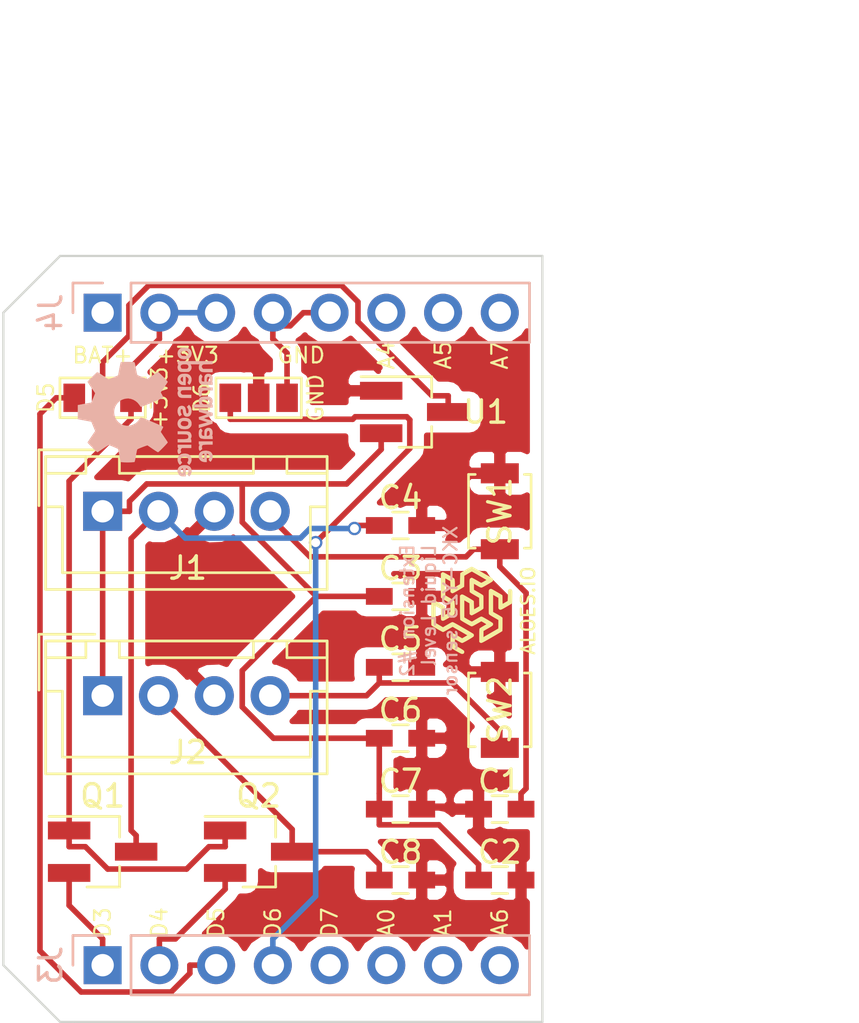
<source format=kicad_pcb>
(kicad_pcb (version 4) (host pcbnew 4.0.7-e2-6376~58~ubuntu17.04.1)

  (general
    (links 38)
    (no_connects 7)
    (area 154.254999 88.849999 178.485001 123.240001)
    (thickness 1.6)
    (drawings 29)
    (tracks 114)
    (zones 0)
    (modules 21)
    (nets 22)
  )

  (page A4)
  (layers
    (0 F.Cu signal)
    (31 B.Cu signal)
    (32 B.Adhes user)
    (33 F.Adhes user)
    (34 B.Paste user)
    (35 F.Paste user)
    (36 B.SilkS user)
    (37 F.SilkS user)
    (38 B.Mask user)
    (39 F.Mask user)
    (40 Dwgs.User user)
    (41 Cmts.User user)
    (42 Eco1.User user)
    (43 Eco2.User user)
    (44 Edge.Cuts user)
    (45 Margin user)
    (46 B.CrtYd user)
    (47 F.CrtYd user)
    (48 B.Fab user)
    (49 F.Fab user)
  )

  (setup
    (last_trace_width 0.25)
    (trace_clearance 0.2)
    (zone_clearance 0.508)
    (zone_45_only no)
    (trace_min 0.2)
    (segment_width 0.2)
    (edge_width 0.1)
    (via_size 0.6)
    (via_drill 0.4)
    (via_min_size 0.4)
    (via_min_drill 0.3)
    (uvia_size 0.3)
    (uvia_drill 0.1)
    (uvias_allowed no)
    (uvia_min_size 0.2)
    (uvia_min_drill 0.1)
    (pcb_text_width 0.3)
    (pcb_text_size 1.5 1.5)
    (mod_edge_width 0.15)
    (mod_text_size 1 1)
    (mod_text_width 0.15)
    (pad_size 1.5 1.5)
    (pad_drill 0.6)
    (pad_to_mask_clearance 0)
    (aux_axis_origin 0 0)
    (visible_elements FFFFFF7F)
    (pcbplotparams
      (layerselection 0x010ff_80000001)
      (usegerberextensions true)
      (excludeedgelayer true)
      (linewidth 0.100000)
      (plotframeref false)
      (viasonmask false)
      (mode 1)
      (useauxorigin false)
      (hpglpennumber 1)
      (hpglpenspeed 20)
      (hpglpendiameter 15)
      (hpglpenoverlay 2)
      (psnegative false)
      (psa4output false)
      (plotreference true)
      (plotvalue true)
      (plotinvisibletext false)
      (padsonsilk false)
      (subtractmaskfromsilk false)
      (outputformat 1)
      (mirror false)
      (drillshape 0)
      (scaleselection 1)
      (outputdirectory /home/ed/Kicad/Cosmonode_full/Cosmonode_ext02/gerber/))
  )

  (net 0 "")
  (net 1 "Net-(C1-Pad1)")
  (net 2 "Net-(C1-Pad2)")
  (net 3 +5V)
  (net 4 /D3_5V)
  (net 5 "Net-(C5-Pad2)")
  (net 6 /D4_5V)
  (net 7 /D3)
  (net 8 /D4)
  (net 9 /D5)
  (net 10 /D6)
  (net 11 /D7)
  (net 12 /A0)
  (net 13 /A1)
  (net 14 /BAT+)
  (net 15 +3V3)
  (net 16 GND)
  (net 17 /A4)
  (net 18 /A5)
  (net 19 "Net-(J5-Pad2)")
  (net 20 /A6)
  (net 21 /A7)

  (net_class Default "Ceci est la Netclass par défaut"
    (clearance 0.2)
    (trace_width 0.25)
    (via_dia 0.6)
    (via_drill 0.4)
    (uvia_dia 0.3)
    (uvia_drill 0.1)
    (add_net +3V3)
    (add_net +5V)
    (add_net /A0)
    (add_net /A1)
    (add_net /A4)
    (add_net /A5)
    (add_net /A6)
    (add_net /A7)
    (add_net /BAT+)
    (add_net /D3)
    (add_net /D3_5V)
    (add_net /D4)
    (add_net /D4_5V)
    (add_net /D5)
    (add_net /D6)
    (add_net /D7)
    (add_net GND)
    (add_net "Net-(C1-Pad1)")
    (add_net "Net-(C1-Pad2)")
    (add_net "Net-(C5-Pad2)")
    (add_net "Net-(J5-Pad2)")
  )

  (module Capacitors_SMD:C_0603_HandSoldering (layer F.Cu) (tedit 59CD1E65) (tstamp 59CD1B7F)
    (at 176.53 113.665)
    (descr "Capacitor SMD 0603, hand soldering")
    (tags "capacitor 0603")
    (path /598082BB)
    (attr smd)
    (fp_text reference C1 (at 0 -1.25) (layer F.SilkS)
      (effects (font (size 1 1) (thickness 0.15)))
    )
    (fp_text value 100nF (at 0 1.5) (layer F.Fab) hide
      (effects (font (size 1 1) (thickness 0.15)))
    )
    (fp_text user %R (at 0 -1.25) (layer F.Fab)
      (effects (font (size 1 1) (thickness 0.15)))
    )
    (fp_line (start -0.8 0.4) (end -0.8 -0.4) (layer F.Fab) (width 0.1))
    (fp_line (start 0.8 0.4) (end -0.8 0.4) (layer F.Fab) (width 0.1))
    (fp_line (start 0.8 -0.4) (end 0.8 0.4) (layer F.Fab) (width 0.1))
    (fp_line (start -0.8 -0.4) (end 0.8 -0.4) (layer F.Fab) (width 0.1))
    (fp_line (start -0.35 -0.6) (end 0.35 -0.6) (layer F.SilkS) (width 0.12))
    (fp_line (start 0.35 0.6) (end -0.35 0.6) (layer F.SilkS) (width 0.12))
    (fp_line (start -1.8 -0.65) (end 1.8 -0.65) (layer F.CrtYd) (width 0.05))
    (fp_line (start -1.8 -0.65) (end -1.8 0.65) (layer F.CrtYd) (width 0.05))
    (fp_line (start 1.8 0.65) (end 1.8 -0.65) (layer F.CrtYd) (width 0.05))
    (fp_line (start 1.8 0.65) (end -1.8 0.65) (layer F.CrtYd) (width 0.05))
    (pad 1 smd rect (at -0.95 0) (size 1.2 0.75) (layers F.Cu F.Paste F.Mask)
      (net 1 "Net-(C1-Pad1)"))
    (pad 2 smd rect (at 0.95 0) (size 1.2 0.75) (layers F.Cu F.Paste F.Mask)
      (net 2 "Net-(C1-Pad2)"))
    (model Capacitors_SMD.3dshapes/C_0603.wrl
      (at (xyz 0 0 0))
      (scale (xyz 1 1 1))
      (rotate (xyz 0 0 0))
    )
  )

  (module Capacitors_SMD:C_0603_HandSoldering (layer F.Cu) (tedit 59CD1E6E) (tstamp 59CD1B85)
    (at 176.53 116.84)
    (descr "Capacitor SMD 0603, hand soldering")
    (tags "capacitor 0603")
    (path /59808564)
    (attr smd)
    (fp_text reference C2 (at 0 -1.25) (layer F.SilkS)
      (effects (font (size 1 1) (thickness 0.15)))
    )
    (fp_text value 10uF (at 0 1.5) (layer F.Fab) hide
      (effects (font (size 1 1) (thickness 0.15)))
    )
    (fp_text user %R (at 0 -1.25) (layer F.Fab)
      (effects (font (size 1 1) (thickness 0.15)))
    )
    (fp_line (start -0.8 0.4) (end -0.8 -0.4) (layer F.Fab) (width 0.1))
    (fp_line (start 0.8 0.4) (end -0.8 0.4) (layer F.Fab) (width 0.1))
    (fp_line (start 0.8 -0.4) (end 0.8 0.4) (layer F.Fab) (width 0.1))
    (fp_line (start -0.8 -0.4) (end 0.8 -0.4) (layer F.Fab) (width 0.1))
    (fp_line (start -0.35 -0.6) (end 0.35 -0.6) (layer F.SilkS) (width 0.12))
    (fp_line (start 0.35 0.6) (end -0.35 0.6) (layer F.SilkS) (width 0.12))
    (fp_line (start -1.8 -0.65) (end 1.8 -0.65) (layer F.CrtYd) (width 0.05))
    (fp_line (start -1.8 -0.65) (end -1.8 0.65) (layer F.CrtYd) (width 0.05))
    (fp_line (start 1.8 0.65) (end 1.8 -0.65) (layer F.CrtYd) (width 0.05))
    (fp_line (start 1.8 0.65) (end -1.8 0.65) (layer F.CrtYd) (width 0.05))
    (pad 1 smd rect (at -0.95 0) (size 1.2 0.75) (layers F.Cu F.Paste F.Mask)
      (net 3 +5V))
    (pad 2 smd rect (at 0.95 0) (size 1.2 0.75) (layers F.Cu F.Paste F.Mask)
      (net 1 "Net-(C1-Pad1)"))
    (model Capacitors_SMD.3dshapes/C_0603.wrl
      (at (xyz 0 0 0))
      (scale (xyz 1 1 1))
      (rotate (xyz 0 0 0))
    )
  )

  (module Capacitors_SMD:C_0603_HandSoldering (layer F.Cu) (tedit 59CD1E5B) (tstamp 59CD1B8B)
    (at 172.085 104.14)
    (descr "Capacitor SMD 0603, hand soldering")
    (tags "capacitor 0603")
    (path /5980851E)
    (attr smd)
    (fp_text reference C3 (at 0 -1.25) (layer F.SilkS)
      (effects (font (size 1 1) (thickness 0.15)))
    )
    (fp_text value 100nF (at 0 1.5) (layer F.Fab) hide
      (effects (font (size 1 1) (thickness 0.15)))
    )
    (fp_text user %R (at 0 -1.25) (layer F.Fab)
      (effects (font (size 1 1) (thickness 0.15)))
    )
    (fp_line (start -0.8 0.4) (end -0.8 -0.4) (layer F.Fab) (width 0.1))
    (fp_line (start 0.8 0.4) (end -0.8 0.4) (layer F.Fab) (width 0.1))
    (fp_line (start 0.8 -0.4) (end 0.8 0.4) (layer F.Fab) (width 0.1))
    (fp_line (start -0.8 -0.4) (end 0.8 -0.4) (layer F.Fab) (width 0.1))
    (fp_line (start -0.35 -0.6) (end 0.35 -0.6) (layer F.SilkS) (width 0.12))
    (fp_line (start 0.35 0.6) (end -0.35 0.6) (layer F.SilkS) (width 0.12))
    (fp_line (start -1.8 -0.65) (end 1.8 -0.65) (layer F.CrtYd) (width 0.05))
    (fp_line (start -1.8 -0.65) (end -1.8 0.65) (layer F.CrtYd) (width 0.05))
    (fp_line (start 1.8 0.65) (end 1.8 -0.65) (layer F.CrtYd) (width 0.05))
    (fp_line (start 1.8 0.65) (end -1.8 0.65) (layer F.CrtYd) (width 0.05))
    (pad 1 smd rect (at -0.95 0) (size 1.2 0.75) (layers F.Cu F.Paste F.Mask)
      (net 3 +5V))
    (pad 2 smd rect (at 0.95 0) (size 1.2 0.75) (layers F.Cu F.Paste F.Mask)
      (net 1 "Net-(C1-Pad1)"))
    (model Capacitors_SMD.3dshapes/C_0603.wrl
      (at (xyz 0 0 0))
      (scale (xyz 1 1 1))
      (rotate (xyz 0 0 0))
    )
  )

  (module Capacitors_SMD:C_0603_HandSoldering (layer F.Cu) (tedit 59CD1E5F) (tstamp 59CD1B91)
    (at 172.085 100.965)
    (descr "Capacitor SMD 0603, hand soldering")
    (tags "capacitor 0603")
    (path /598084E3)
    (attr smd)
    (fp_text reference C4 (at 0 -1.25) (layer F.SilkS)
      (effects (font (size 1 1) (thickness 0.15)))
    )
    (fp_text value 100nF (at 0 1.5) (layer F.Fab) hide
      (effects (font (size 1 1) (thickness 0.15)))
    )
    (fp_text user %R (at 0 -1.25) (layer F.Fab)
      (effects (font (size 1 1) (thickness 0.15)))
    )
    (fp_line (start -0.8 0.4) (end -0.8 -0.4) (layer F.Fab) (width 0.1))
    (fp_line (start 0.8 0.4) (end -0.8 0.4) (layer F.Fab) (width 0.1))
    (fp_line (start 0.8 -0.4) (end 0.8 0.4) (layer F.Fab) (width 0.1))
    (fp_line (start -0.8 -0.4) (end 0.8 -0.4) (layer F.Fab) (width 0.1))
    (fp_line (start -0.35 -0.6) (end 0.35 -0.6) (layer F.SilkS) (width 0.12))
    (fp_line (start 0.35 0.6) (end -0.35 0.6) (layer F.SilkS) (width 0.12))
    (fp_line (start -1.8 -0.65) (end 1.8 -0.65) (layer F.CrtYd) (width 0.05))
    (fp_line (start -1.8 -0.65) (end -1.8 0.65) (layer F.CrtYd) (width 0.05))
    (fp_line (start 1.8 0.65) (end 1.8 -0.65) (layer F.CrtYd) (width 0.05))
    (fp_line (start 1.8 0.65) (end -1.8 0.65) (layer F.CrtYd) (width 0.05))
    (pad 1 smd rect (at -0.95 0) (size 1.2 0.75) (layers F.Cu F.Paste F.Mask)
      (net 4 /D3_5V))
    (pad 2 smd rect (at 0.95 0) (size 1.2 0.75) (layers F.Cu F.Paste F.Mask)
      (net 1 "Net-(C1-Pad1)"))
    (model Capacitors_SMD.3dshapes/C_0603.wrl
      (at (xyz 0 0 0))
      (scale (xyz 1 1 1))
      (rotate (xyz 0 0 0))
    )
  )

  (module Capacitors_SMD:C_0603_HandSoldering (layer F.Cu) (tedit 59CD1EF9) (tstamp 59CD1B97)
    (at 172.085 107.315 180)
    (descr "Capacitor SMD 0603, hand soldering")
    (tags "capacitor 0603")
    (path /59809B2A)
    (attr smd)
    (fp_text reference C5 (at 0 1.27 180) (layer F.SilkS)
      (effects (font (size 1 1) (thickness 0.15)))
    )
    (fp_text value 100nF (at 0 1.5 180) (layer F.Fab) hide
      (effects (font (size 1 1) (thickness 0.15)))
    )
    (fp_text user %R (at 0 1.27 180) (layer F.Fab)
      (effects (font (size 1 1) (thickness 0.15)))
    )
    (fp_line (start -0.8 0.4) (end -0.8 -0.4) (layer F.Fab) (width 0.1))
    (fp_line (start 0.8 0.4) (end -0.8 0.4) (layer F.Fab) (width 0.1))
    (fp_line (start 0.8 -0.4) (end 0.8 0.4) (layer F.Fab) (width 0.1))
    (fp_line (start -0.8 -0.4) (end 0.8 -0.4) (layer F.Fab) (width 0.1))
    (fp_line (start -0.35 -0.6) (end 0.35 -0.6) (layer F.SilkS) (width 0.12))
    (fp_line (start 0.35 0.6) (end -0.35 0.6) (layer F.SilkS) (width 0.12))
    (fp_line (start -1.8 -0.65) (end 1.8 -0.65) (layer F.CrtYd) (width 0.05))
    (fp_line (start -1.8 -0.65) (end -1.8 0.65) (layer F.CrtYd) (width 0.05))
    (fp_line (start 1.8 0.65) (end 1.8 -0.65) (layer F.CrtYd) (width 0.05))
    (fp_line (start 1.8 0.65) (end -1.8 0.65) (layer F.CrtYd) (width 0.05))
    (pad 1 smd rect (at -0.95 0 180) (size 1.2 0.75) (layers F.Cu F.Paste F.Mask)
      (net 1 "Net-(C1-Pad1)"))
    (pad 2 smd rect (at 0.95 0 180) (size 1.2 0.75) (layers F.Cu F.Paste F.Mask)
      (net 5 "Net-(C5-Pad2)"))
    (model Capacitors_SMD.3dshapes/C_0603.wrl
      (at (xyz 0 0 0))
      (scale (xyz 1 1 1))
      (rotate (xyz 0 0 0))
    )
  )

  (module Capacitors_SMD:C_0603_HandSoldering (layer F.Cu) (tedit 59CD1E47) (tstamp 59CD1B9D)
    (at 172.085 110.49)
    (descr "Capacitor SMD 0603, hand soldering")
    (tags "capacitor 0603")
    (path /59809B3C)
    (attr smd)
    (fp_text reference C6 (at 0 -1.25) (layer F.SilkS)
      (effects (font (size 1 1) (thickness 0.15)))
    )
    (fp_text value 10uF (at 0 1.5) (layer F.Fab) hide
      (effects (font (size 1 1) (thickness 0.15)))
    )
    (fp_text user %R (at 0 -1.25) (layer F.Fab)
      (effects (font (size 1 1) (thickness 0.15)))
    )
    (fp_line (start -0.8 0.4) (end -0.8 -0.4) (layer F.Fab) (width 0.1))
    (fp_line (start 0.8 0.4) (end -0.8 0.4) (layer F.Fab) (width 0.1))
    (fp_line (start 0.8 -0.4) (end 0.8 0.4) (layer F.Fab) (width 0.1))
    (fp_line (start -0.8 -0.4) (end 0.8 -0.4) (layer F.Fab) (width 0.1))
    (fp_line (start -0.35 -0.6) (end 0.35 -0.6) (layer F.SilkS) (width 0.12))
    (fp_line (start 0.35 0.6) (end -0.35 0.6) (layer F.SilkS) (width 0.12))
    (fp_line (start -1.8 -0.65) (end 1.8 -0.65) (layer F.CrtYd) (width 0.05))
    (fp_line (start -1.8 -0.65) (end -1.8 0.65) (layer F.CrtYd) (width 0.05))
    (fp_line (start 1.8 0.65) (end 1.8 -0.65) (layer F.CrtYd) (width 0.05))
    (fp_line (start 1.8 0.65) (end -1.8 0.65) (layer F.CrtYd) (width 0.05))
    (pad 1 smd rect (at -0.95 0) (size 1.2 0.75) (layers F.Cu F.Paste F.Mask)
      (net 3 +5V))
    (pad 2 smd rect (at 0.95 0) (size 1.2 0.75) (layers F.Cu F.Paste F.Mask)
      (net 1 "Net-(C1-Pad1)"))
    (model Capacitors_SMD.3dshapes/C_0603.wrl
      (at (xyz 0 0 0))
      (scale (xyz 1 1 1))
      (rotate (xyz 0 0 0))
    )
  )

  (module Capacitors_SMD:C_0603_HandSoldering (layer F.Cu) (tedit 59CD1E44) (tstamp 59CD1BA3)
    (at 172.085 113.665)
    (descr "Capacitor SMD 0603, hand soldering")
    (tags "capacitor 0603")
    (path /59809B36)
    (attr smd)
    (fp_text reference C7 (at 0 -1.25) (layer F.SilkS)
      (effects (font (size 1 1) (thickness 0.15)))
    )
    (fp_text value 100nF (at 0 1.5) (layer F.Fab) hide
      (effects (font (size 1 1) (thickness 0.15)))
    )
    (fp_text user %R (at 0 -1.25) (layer F.Fab)
      (effects (font (size 1 1) (thickness 0.15)))
    )
    (fp_line (start -0.8 0.4) (end -0.8 -0.4) (layer F.Fab) (width 0.1))
    (fp_line (start 0.8 0.4) (end -0.8 0.4) (layer F.Fab) (width 0.1))
    (fp_line (start 0.8 -0.4) (end 0.8 0.4) (layer F.Fab) (width 0.1))
    (fp_line (start -0.8 -0.4) (end 0.8 -0.4) (layer F.Fab) (width 0.1))
    (fp_line (start -0.35 -0.6) (end 0.35 -0.6) (layer F.SilkS) (width 0.12))
    (fp_line (start 0.35 0.6) (end -0.35 0.6) (layer F.SilkS) (width 0.12))
    (fp_line (start -1.8 -0.65) (end 1.8 -0.65) (layer F.CrtYd) (width 0.05))
    (fp_line (start -1.8 -0.65) (end -1.8 0.65) (layer F.CrtYd) (width 0.05))
    (fp_line (start 1.8 0.65) (end 1.8 -0.65) (layer F.CrtYd) (width 0.05))
    (fp_line (start 1.8 0.65) (end -1.8 0.65) (layer F.CrtYd) (width 0.05))
    (pad 1 smd rect (at -0.95 0) (size 1.2 0.75) (layers F.Cu F.Paste F.Mask)
      (net 3 +5V))
    (pad 2 smd rect (at 0.95 0) (size 1.2 0.75) (layers F.Cu F.Paste F.Mask)
      (net 1 "Net-(C1-Pad1)"))
    (model Capacitors_SMD.3dshapes/C_0603.wrl
      (at (xyz 0 0 0))
      (scale (xyz 1 1 1))
      (rotate (xyz 0 0 0))
    )
  )

  (module Capacitors_SMD:C_0603_HandSoldering (layer F.Cu) (tedit 59CD1E42) (tstamp 59CD1BA9)
    (at 172.085 116.84)
    (descr "Capacitor SMD 0603, hand soldering")
    (tags "capacitor 0603")
    (path /59809B30)
    (attr smd)
    (fp_text reference C8 (at 0 -1.25) (layer F.SilkS)
      (effects (font (size 1 1) (thickness 0.15)))
    )
    (fp_text value 100nF (at 0 1.5) (layer F.Fab) hide
      (effects (font (size 1 1) (thickness 0.15)))
    )
    (fp_text user %R (at 0 -1.25) (layer F.Fab)
      (effects (font (size 1 1) (thickness 0.15)))
    )
    (fp_line (start -0.8 0.4) (end -0.8 -0.4) (layer F.Fab) (width 0.1))
    (fp_line (start 0.8 0.4) (end -0.8 0.4) (layer F.Fab) (width 0.1))
    (fp_line (start 0.8 -0.4) (end 0.8 0.4) (layer F.Fab) (width 0.1))
    (fp_line (start -0.8 -0.4) (end 0.8 -0.4) (layer F.Fab) (width 0.1))
    (fp_line (start -0.35 -0.6) (end 0.35 -0.6) (layer F.SilkS) (width 0.12))
    (fp_line (start 0.35 0.6) (end -0.35 0.6) (layer F.SilkS) (width 0.12))
    (fp_line (start -1.8 -0.65) (end 1.8 -0.65) (layer F.CrtYd) (width 0.05))
    (fp_line (start -1.8 -0.65) (end -1.8 0.65) (layer F.CrtYd) (width 0.05))
    (fp_line (start 1.8 0.65) (end 1.8 -0.65) (layer F.CrtYd) (width 0.05))
    (fp_line (start 1.8 0.65) (end -1.8 0.65) (layer F.CrtYd) (width 0.05))
    (pad 1 smd rect (at -0.95 0) (size 1.2 0.75) (layers F.Cu F.Paste F.Mask)
      (net 6 /D4_5V))
    (pad 2 smd rect (at 0.95 0) (size 1.2 0.75) (layers F.Cu F.Paste F.Mask)
      (net 1 "Net-(C1-Pad1)"))
    (model Capacitors_SMD.3dshapes/C_0603.wrl
      (at (xyz 0 0 0))
      (scale (xyz 1 1 1))
      (rotate (xyz 0 0 0))
    )
  )

  (module Pin_Headers:Pin_Header_Straight_1x08_Pitch2.54mm (layer B.Cu) (tedit 59CD1E1F) (tstamp 59CD1BC5)
    (at 158.75 120.65 270)
    (descr "Through hole straight pin header, 1x08, 2.54mm pitch, single row")
    (tags "Through hole pin header THT 1x08 2.54mm single row")
    (path /598047BC)
    (fp_text reference J3 (at 0 2.33 270) (layer B.SilkS)
      (effects (font (size 1 1) (thickness 0.15)) (justify mirror))
    )
    (fp_text value CONN_01X08 (at 0 -20.11 270) (layer B.Fab) hide
      (effects (font (size 1 1) (thickness 0.15)) (justify mirror))
    )
    (fp_line (start -0.635 1.27) (end 1.27 1.27) (layer B.Fab) (width 0.1))
    (fp_line (start 1.27 1.27) (end 1.27 -19.05) (layer B.Fab) (width 0.1))
    (fp_line (start 1.27 -19.05) (end -1.27 -19.05) (layer B.Fab) (width 0.1))
    (fp_line (start -1.27 -19.05) (end -1.27 0.635) (layer B.Fab) (width 0.1))
    (fp_line (start -1.27 0.635) (end -0.635 1.27) (layer B.Fab) (width 0.1))
    (fp_line (start -1.33 -19.11) (end 1.33 -19.11) (layer B.SilkS) (width 0.12))
    (fp_line (start -1.33 -1.27) (end -1.33 -19.11) (layer B.SilkS) (width 0.12))
    (fp_line (start 1.33 -1.27) (end 1.33 -19.11) (layer B.SilkS) (width 0.12))
    (fp_line (start -1.33 -1.27) (end 1.33 -1.27) (layer B.SilkS) (width 0.12))
    (fp_line (start -1.33 0) (end -1.33 1.33) (layer B.SilkS) (width 0.12))
    (fp_line (start -1.33 1.33) (end 0 1.33) (layer B.SilkS) (width 0.12))
    (fp_line (start -1.8 1.8) (end -1.8 -19.55) (layer B.CrtYd) (width 0.05))
    (fp_line (start -1.8 -19.55) (end 1.8 -19.55) (layer B.CrtYd) (width 0.05))
    (fp_line (start 1.8 -19.55) (end 1.8 1.8) (layer B.CrtYd) (width 0.05))
    (fp_line (start 1.8 1.8) (end -1.8 1.8) (layer B.CrtYd) (width 0.05))
    (fp_text user %R (at 0 -8.89 540) (layer B.Fab)
      (effects (font (size 1 1) (thickness 0.15)) (justify mirror))
    )
    (pad 1 thru_hole rect (at 0 0 270) (size 1.7 1.7) (drill 1) (layers *.Cu *.Mask)
      (net 7 /D3))
    (pad 2 thru_hole oval (at 0 -2.54 270) (size 1.7 1.7) (drill 1) (layers *.Cu *.Mask)
      (net 8 /D4))
    (pad 3 thru_hole oval (at 0 -5.08 270) (size 1.7 1.7) (drill 1) (layers *.Cu *.Mask)
      (net 9 /D5))
    (pad 4 thru_hole oval (at 0 -7.62 270) (size 1.7 1.7) (drill 1) (layers *.Cu *.Mask)
      (net 10 /D6))
    (pad 5 thru_hole oval (at 0 -10.16 270) (size 1.7 1.7) (drill 1) (layers *.Cu *.Mask)
      (net 11 /D7))
    (pad 6 thru_hole oval (at 0 -12.7 270) (size 1.7 1.7) (drill 1) (layers *.Cu *.Mask)
      (net 12 /A0))
    (pad 7 thru_hole oval (at 0 -15.24 270) (size 1.7 1.7) (drill 1) (layers *.Cu *.Mask)
      (net 13 /A1))
    (pad 8 thru_hole oval (at 0 -17.78 270) (size 1.7 1.7) (drill 1) (layers *.Cu *.Mask)
      (net 20 /A6))
    (model ${KISYS3DMOD}/Pin_Headers.3dshapes/Pin_Header_Straight_1x08_Pitch2.54mm.wrl
      (at (xyz 0 0 0))
      (scale (xyz 1 1 1))
      (rotate (xyz 0 0 0))
    )
  )

  (module Connectors:GS3 (layer F.Cu) (tedit 59D3707A) (tstamp 59CD1BD8)
    (at 158.75 95.25 90)
    (descr "3-pin solder bridge")
    (tags "solder bridge")
    (path /5980D5B2)
    (attr smd)
    (fp_text reference J5 (at -1.905 0 90) (layer F.SilkS) hide
      (effects (font (size 1 1) (thickness 0.15)))
    )
    (fp_text value GS3 (at 1.8 0 180) (layer F.Fab) hide
      (effects (font (size 1 1) (thickness 0.15)))
    )
    (fp_line (start -1.15 -2.15) (end 1.15 -2.15) (layer F.CrtYd) (width 0.05))
    (fp_line (start 1.15 -2.15) (end 1.15 2.15) (layer F.CrtYd) (width 0.05))
    (fp_line (start 1.15 2.15) (end -1.15 2.15) (layer F.CrtYd) (width 0.05))
    (fp_line (start -1.15 2.15) (end -1.15 -2.15) (layer F.CrtYd) (width 0.05))
    (fp_line (start -0.89 -1.91) (end -0.89 1.91) (layer F.SilkS) (width 0.12))
    (fp_line (start -0.89 1.91) (end 0.89 1.91) (layer F.SilkS) (width 0.12))
    (fp_line (start 0.89 1.91) (end 0.89 -1.91) (layer F.SilkS) (width 0.12))
    (fp_line (start -0.89 -1.91) (end 0.89 -1.91) (layer F.SilkS) (width 0.12))
    (pad 1 smd rect (at 0 -1.27 90) (size 1.27 0.97) (layers F.Cu F.Paste F.Mask)
      (net 9 /D5))
    (pad 2 smd rect (at 0 0 90) (size 1.27 0.97) (layers F.Cu F.Paste F.Mask)
      (net 19 "Net-(J5-Pad2)"))
    (pad 3 smd rect (at 0 1.27 90) (size 1.27 0.97) (layers F.Cu F.Paste F.Mask)
      (net 15 +3V3))
  )

  (module Connectors:GS3 (layer F.Cu) (tedit 59D3707C) (tstamp 59CD1BDF)
    (at 165.735 95.25 90)
    (descr "3-pin solder bridge")
    (tags "solder bridge")
    (path /5980CC8F)
    (attr smd)
    (fp_text reference J6 (at -1.905 0 180) (layer F.SilkS) hide
      (effects (font (size 1 1) (thickness 0.15)))
    )
    (fp_text value GS3 (at 1.8 0 180) (layer F.Fab) hide
      (effects (font (size 1 1) (thickness 0.15)))
    )
    (fp_line (start -1.15 -2.15) (end 1.15 -2.15) (layer F.CrtYd) (width 0.05))
    (fp_line (start 1.15 -2.15) (end 1.15 2.15) (layer F.CrtYd) (width 0.05))
    (fp_line (start 1.15 2.15) (end -1.15 2.15) (layer F.CrtYd) (width 0.05))
    (fp_line (start -1.15 2.15) (end -1.15 -2.15) (layer F.CrtYd) (width 0.05))
    (fp_line (start -0.89 -1.91) (end -0.89 1.91) (layer F.SilkS) (width 0.12))
    (fp_line (start -0.89 1.91) (end 0.89 1.91) (layer F.SilkS) (width 0.12))
    (fp_line (start 0.89 1.91) (end 0.89 -1.91) (layer F.SilkS) (width 0.12))
    (fp_line (start -0.89 -1.91) (end 0.89 -1.91) (layer F.SilkS) (width 0.12))
    (pad 1 smd rect (at 0 -1.27 90) (size 1.27 0.97) (layers F.Cu F.Paste F.Mask)
      (net 10 /D6))
    (pad 2 smd rect (at 0 0 90) (size 1.27 0.97) (layers F.Cu F.Paste F.Mask)
      (net 1 "Net-(C1-Pad1)"))
    (pad 3 smd rect (at 0 1.27 90) (size 1.27 0.97) (layers F.Cu F.Paste F.Mask)
      (net 16 GND))
  )

  (module TO_SOT_Packages_SMD:SOT-23_Handsoldering (layer F.Cu) (tedit 59CD1E3D) (tstamp 59CD1BE6)
    (at 158.75 115.57)
    (descr "SOT-23, Handsoldering")
    (tags SOT-23)
    (path /5980A68A)
    (attr smd)
    (fp_text reference Q1 (at 0 -2.5) (layer F.SilkS)
      (effects (font (size 1 1) (thickness 0.15)))
    )
    (fp_text value BSS138 (at 0 2.5) (layer F.Fab) hide
      (effects (font (size 1 1) (thickness 0.15)))
    )
    (fp_text user %R (at 0 0 90) (layer F.Fab)
      (effects (font (size 0.5 0.5) (thickness 0.075)))
    )
    (fp_line (start 0.76 1.58) (end 0.76 0.65) (layer F.SilkS) (width 0.12))
    (fp_line (start 0.76 -1.58) (end 0.76 -0.65) (layer F.SilkS) (width 0.12))
    (fp_line (start -2.7 -1.75) (end 2.7 -1.75) (layer F.CrtYd) (width 0.05))
    (fp_line (start 2.7 -1.75) (end 2.7 1.75) (layer F.CrtYd) (width 0.05))
    (fp_line (start 2.7 1.75) (end -2.7 1.75) (layer F.CrtYd) (width 0.05))
    (fp_line (start -2.7 1.75) (end -2.7 -1.75) (layer F.CrtYd) (width 0.05))
    (fp_line (start 0.76 -1.58) (end -2.4 -1.58) (layer F.SilkS) (width 0.12))
    (fp_line (start -0.7 -0.95) (end -0.7 1.5) (layer F.Fab) (width 0.1))
    (fp_line (start -0.15 -1.52) (end 0.7 -1.52) (layer F.Fab) (width 0.1))
    (fp_line (start -0.7 -0.95) (end -0.15 -1.52) (layer F.Fab) (width 0.1))
    (fp_line (start 0.7 -1.52) (end 0.7 1.52) (layer F.Fab) (width 0.1))
    (fp_line (start -0.7 1.52) (end 0.7 1.52) (layer F.Fab) (width 0.1))
    (fp_line (start 0.76 1.58) (end -0.7 1.58) (layer F.SilkS) (width 0.12))
    (pad 1 smd rect (at -1.5 -0.95) (size 1.9 0.8) (layers F.Cu F.Paste F.Mask)
      (net 15 +3V3))
    (pad 2 smd rect (at -1.5 0.95) (size 1.9 0.8) (layers F.Cu F.Paste F.Mask)
      (net 7 /D3))
    (pad 3 smd rect (at 1.5 0) (size 1.9 0.8) (layers F.Cu F.Paste F.Mask)
      (net 4 /D3_5V))
    (model ${KISYS3DMOD}/TO_SOT_Packages_SMD.3dshapes\SOT-23.wrl
      (at (xyz 0 0 0))
      (scale (xyz 1 1 1))
      (rotate (xyz 0 0 0))
    )
  )

  (module TO_SOT_Packages_SMD:SOT-23_Handsoldering (layer F.Cu) (tedit 59CD1E3F) (tstamp 59CD1BED)
    (at 165.735 115.57)
    (descr "SOT-23, Handsoldering")
    (tags SOT-23)
    (path /5980A745)
    (attr smd)
    (fp_text reference Q2 (at 0 -2.5) (layer F.SilkS)
      (effects (font (size 1 1) (thickness 0.15)))
    )
    (fp_text value BSS138 (at 0 2.5) (layer F.Fab) hide
      (effects (font (size 1 1) (thickness 0.15)))
    )
    (fp_text user %R (at 0 0 90) (layer F.Fab)
      (effects (font (size 0.5 0.5) (thickness 0.075)))
    )
    (fp_line (start 0.76 1.58) (end 0.76 0.65) (layer F.SilkS) (width 0.12))
    (fp_line (start 0.76 -1.58) (end 0.76 -0.65) (layer F.SilkS) (width 0.12))
    (fp_line (start -2.7 -1.75) (end 2.7 -1.75) (layer F.CrtYd) (width 0.05))
    (fp_line (start 2.7 -1.75) (end 2.7 1.75) (layer F.CrtYd) (width 0.05))
    (fp_line (start 2.7 1.75) (end -2.7 1.75) (layer F.CrtYd) (width 0.05))
    (fp_line (start -2.7 1.75) (end -2.7 -1.75) (layer F.CrtYd) (width 0.05))
    (fp_line (start 0.76 -1.58) (end -2.4 -1.58) (layer F.SilkS) (width 0.12))
    (fp_line (start -0.7 -0.95) (end -0.7 1.5) (layer F.Fab) (width 0.1))
    (fp_line (start -0.15 -1.52) (end 0.7 -1.52) (layer F.Fab) (width 0.1))
    (fp_line (start -0.7 -0.95) (end -0.15 -1.52) (layer F.Fab) (width 0.1))
    (fp_line (start 0.7 -1.52) (end 0.7 1.52) (layer F.Fab) (width 0.1))
    (fp_line (start -0.7 1.52) (end 0.7 1.52) (layer F.Fab) (width 0.1))
    (fp_line (start 0.76 1.58) (end -0.7 1.58) (layer F.SilkS) (width 0.12))
    (pad 1 smd rect (at -1.5 -0.95) (size 1.9 0.8) (layers F.Cu F.Paste F.Mask)
      (net 15 +3V3))
    (pad 2 smd rect (at -1.5 0.95) (size 1.9 0.8) (layers F.Cu F.Paste F.Mask)
      (net 8 /D4))
    (pad 3 smd rect (at 1.5 0) (size 1.9 0.8) (layers F.Cu F.Paste F.Mask)
      (net 6 /D4_5V))
    (model ${KISYS3DMOD}/TO_SOT_Packages_SMD.3dshapes\SOT-23.wrl
      (at (xyz 0 0 0))
      (scale (xyz 1 1 1))
      (rotate (xyz 0 0 0))
    )
  )

  (module Buttons_Switches_SMD:SW_SPST_B3U-1000P (layer F.Cu) (tedit 59D348A3) (tstamp 59CD1BF3)
    (at 176.53 100.33 90)
    (descr "Ultra-small-sized Tactile Switch with High Contact Reliability, Top-actuated Model, without Ground Terminal, without Boss")
    (tags "Tactile Switch")
    (path /59808B9E)
    (attr smd)
    (fp_text reference SW1 (at 0 0 90) (layer F.SilkS)
      (effects (font (size 1 1) (thickness 0.15)))
    )
    (fp_text value SW_Push (at 0 2.5 90) (layer F.Fab) hide
      (effects (font (size 1 1) (thickness 0.15)))
    )
    (fp_text user %R (at 0 -2.5 90) (layer F.Fab) hide
      (effects (font (size 1 1) (thickness 0.15)))
    )
    (fp_line (start -2.4 1.65) (end 2.4 1.65) (layer F.CrtYd) (width 0.05))
    (fp_line (start 2.4 1.65) (end 2.4 -1.65) (layer F.CrtYd) (width 0.05))
    (fp_line (start 2.4 -1.65) (end -2.4 -1.65) (layer F.CrtYd) (width 0.05))
    (fp_line (start -2.4 -1.65) (end -2.4 1.65) (layer F.CrtYd) (width 0.05))
    (fp_line (start -1.65 1.1) (end -1.65 1.4) (layer F.SilkS) (width 0.12))
    (fp_line (start -1.65 1.4) (end 1.65 1.4) (layer F.SilkS) (width 0.12))
    (fp_line (start 1.65 1.4) (end 1.65 1.1) (layer F.SilkS) (width 0.12))
    (fp_line (start -1.65 -1.1) (end -1.65 -1.4) (layer F.SilkS) (width 0.12))
    (fp_line (start -1.65 -1.4) (end 1.65 -1.4) (layer F.SilkS) (width 0.12))
    (fp_line (start 1.65 -1.4) (end 1.65 -1.1) (layer F.SilkS) (width 0.12))
    (fp_line (start -1.5 -1.25) (end 1.5 -1.25) (layer F.Fab) (width 0.1))
    (fp_line (start 1.5 -1.25) (end 1.5 1.25) (layer F.Fab) (width 0.1))
    (fp_line (start 1.5 1.25) (end -1.5 1.25) (layer F.Fab) (width 0.1))
    (fp_line (start -1.5 1.25) (end -1.5 -1.25) (layer F.Fab) (width 0.1))
    (fp_circle (center 0 0) (end 0.75 0) (layer F.Fab) (width 0.1))
    (pad 1 smd rect (at -1.7 0 90) (size 0.9 1.7) (layers F.Cu F.Paste F.Mask)
      (net 2 "Net-(C1-Pad2)"))
    (pad 2 smd rect (at 1.7 0 90) (size 0.9 1.7) (layers F.Cu F.Paste F.Mask)
      (net 1 "Net-(C1-Pad1)"))
    (model ${KISYS3DMOD}/Buttons_Switches_SMD.3dshapes/SW_SPST_B3U-1000P.wrl
      (at (xyz 0 0 0))
      (scale (xyz 1 1 1))
      (rotate (xyz 0 0 0))
    )
  )

  (module Buttons_Switches_SMD:SW_SPST_B3U-1000P (layer F.Cu) (tedit 59D3489C) (tstamp 59CD1BF9)
    (at 176.53 109.22 90)
    (descr "Ultra-small-sized Tactile Switch with High Contact Reliability, Top-actuated Model, without Ground Terminal, without Boss")
    (tags "Tactile Switch")
    (path /59809B42)
    (attr smd)
    (fp_text reference SW2 (at 0 0 90) (layer F.SilkS)
      (effects (font (size 1 1) (thickness 0.15)))
    )
    (fp_text value SW_Push (at 0 2.5 90) (layer F.Fab) hide
      (effects (font (size 1 1) (thickness 0.15)))
    )
    (fp_text user %R (at 0 -2.5 90) (layer F.Fab) hide
      (effects (font (size 1 1) (thickness 0.15)))
    )
    (fp_line (start -2.4 1.65) (end 2.4 1.65) (layer F.CrtYd) (width 0.05))
    (fp_line (start 2.4 1.65) (end 2.4 -1.65) (layer F.CrtYd) (width 0.05))
    (fp_line (start 2.4 -1.65) (end -2.4 -1.65) (layer F.CrtYd) (width 0.05))
    (fp_line (start -2.4 -1.65) (end -2.4 1.65) (layer F.CrtYd) (width 0.05))
    (fp_line (start -1.65 1.1) (end -1.65 1.4) (layer F.SilkS) (width 0.12))
    (fp_line (start -1.65 1.4) (end 1.65 1.4) (layer F.SilkS) (width 0.12))
    (fp_line (start 1.65 1.4) (end 1.65 1.1) (layer F.SilkS) (width 0.12))
    (fp_line (start -1.65 -1.1) (end -1.65 -1.4) (layer F.SilkS) (width 0.12))
    (fp_line (start -1.65 -1.4) (end 1.65 -1.4) (layer F.SilkS) (width 0.12))
    (fp_line (start 1.65 -1.4) (end 1.65 -1.1) (layer F.SilkS) (width 0.12))
    (fp_line (start -1.5 -1.25) (end 1.5 -1.25) (layer F.Fab) (width 0.1))
    (fp_line (start 1.5 -1.25) (end 1.5 1.25) (layer F.Fab) (width 0.1))
    (fp_line (start 1.5 1.25) (end -1.5 1.25) (layer F.Fab) (width 0.1))
    (fp_line (start -1.5 1.25) (end -1.5 -1.25) (layer F.Fab) (width 0.1))
    (fp_circle (center 0 0) (end 0.75 0) (layer F.Fab) (width 0.1))
    (pad 1 smd rect (at -1.7 0 90) (size 0.9 1.7) (layers F.Cu F.Paste F.Mask)
      (net 5 "Net-(C5-Pad2)"))
    (pad 2 smd rect (at 1.7 0 90) (size 0.9 1.7) (layers F.Cu F.Paste F.Mask)
      (net 1 "Net-(C1-Pad1)"))
    (model ${KISYS3DMOD}/Buttons_Switches_SMD.3dshapes/SW_SPST_B3U-1000P.wrl
      (at (xyz 0 0 0))
      (scale (xyz 1 1 1))
      (rotate (xyz 0 0 0))
    )
  )

  (module TO_SOT_Packages_SMD:SOT-23_Handsoldering (layer F.Cu) (tedit 59D37056) (tstamp 59CD1CEB)
    (at 172.72 95.885)
    (descr "SOT-23, Handsoldering")
    (tags SOT-23)
    (path /5980A599)
    (attr smd)
    (fp_text reference U1 (at 3.175 0) (layer F.SilkS)
      (effects (font (size 1 1) (thickness 0.15)))
    )
    (fp_text value XC6206P502MR (at 0 2.5) (layer F.Fab) hide
      (effects (font (size 1 1) (thickness 0.15)))
    )
    (fp_text user %R (at 0 0 90) (layer F.Fab)
      (effects (font (size 0.5 0.5) (thickness 0.075)))
    )
    (fp_line (start 0.76 1.58) (end 0.76 0.65) (layer F.SilkS) (width 0.12))
    (fp_line (start 0.76 -1.58) (end 0.76 -0.65) (layer F.SilkS) (width 0.12))
    (fp_line (start -2.7 -1.75) (end 2.7 -1.75) (layer F.CrtYd) (width 0.05))
    (fp_line (start 2.7 -1.75) (end 2.7 1.75) (layer F.CrtYd) (width 0.05))
    (fp_line (start 2.7 1.75) (end -2.7 1.75) (layer F.CrtYd) (width 0.05))
    (fp_line (start -2.7 1.75) (end -2.7 -1.75) (layer F.CrtYd) (width 0.05))
    (fp_line (start 0.76 -1.58) (end -2.4 -1.58) (layer F.SilkS) (width 0.12))
    (fp_line (start -0.7 -0.95) (end -0.7 1.5) (layer F.Fab) (width 0.1))
    (fp_line (start -0.15 -1.52) (end 0.7 -1.52) (layer F.Fab) (width 0.1))
    (fp_line (start -0.7 -0.95) (end -0.15 -1.52) (layer F.Fab) (width 0.1))
    (fp_line (start 0.7 -1.52) (end 0.7 1.52) (layer F.Fab) (width 0.1))
    (fp_line (start -0.7 1.52) (end 0.7 1.52) (layer F.Fab) (width 0.1))
    (fp_line (start 0.76 1.58) (end -0.7 1.58) (layer F.SilkS) (width 0.12))
    (pad 1 smd rect (at -1.5 -0.95) (size 1.9 0.8) (layers F.Cu F.Paste F.Mask)
      (net 1 "Net-(C1-Pad1)"))
    (pad 2 smd rect (at -1.5 0.95) (size 1.9 0.8) (layers F.Cu F.Paste F.Mask)
      (net 3 +5V))
    (pad 3 smd rect (at 1.5 0) (size 1.9 0.8) (layers F.Cu F.Paste F.Mask)
      (net 19 "Net-(J5-Pad2)"))
    (model ${KISYS3DMOD}/TO_SOT_Packages_SMD.3dshapes\SOT-23.wrl
      (at (xyz 0 0 0))
      (scale (xyz 1 1 1))
      (rotate (xyz 0 0 0))
    )
  )

  (module Aloes:Aloes_mini (layer F.Cu) (tedit 0) (tstamp 59D33B10)
    (at 175.26 104.775 90)
    (path /59D33BEF)
    (fp_text reference J7 (at 0 0 90) (layer F.SilkS) hide
      (effects (font (thickness 0.3)))
    )
    (fp_text value Aloes_Logo (at 0.75 0 90) (layer F.SilkS) hide
      (effects (font (thickness 0.3)))
    )
    (fp_poly (pts (xy -0.009945 -1.794874) (xy 0.081325 -1.79478) (xy 0.158284 -1.794581) (xy 0.222242 -1.79424)
      (xy 0.274511 -1.793716) (xy 0.316401 -1.792973) (xy 0.349224 -1.791972) (xy 0.374291 -1.790675)
      (xy 0.392912 -1.789043) (xy 0.406399 -1.787038) (xy 0.416062 -1.784621) (xy 0.423213 -1.781755)
      (xy 0.428242 -1.77897) (xy 0.455972 -1.75336) (xy 0.470062 -1.720607) (xy 0.468969 -1.684557)
      (xy 0.467789 -1.680338) (xy 0.460767 -1.664051) (xy 0.446474 -1.635909) (xy 0.426244 -1.598215)
      (xy 0.40141 -1.553275) (xy 0.373305 -1.503394) (xy 0.343261 -1.450876) (xy 0.312612 -1.398027)
      (xy 0.282691 -1.347152) (xy 0.25483 -1.300555) (xy 0.230362 -1.260542) (xy 0.210621 -1.229417)
      (xy 0.196939 -1.209485) (xy 0.192306 -1.203963) (xy 0.184936 -1.197887) (xy 0.175884 -1.193202)
      (xy 0.162821 -1.189633) (xy 0.143415 -1.186904) (xy 0.115336 -1.184739) (xy 0.076254 -1.182862)
      (xy 0.023837 -1.180996) (xy -0.010985 -1.179892) (xy -0.064701 -1.178078) (xy -0.112224 -1.176196)
      (xy -0.151121 -1.174365) (xy -0.178962 -1.172704) (xy -0.193313 -1.171334) (xy -0.194733 -1.170879)
      (xy -0.190723 -1.162795) (xy -0.179658 -1.142651) (xy -0.162988 -1.113032) (xy -0.142162 -1.076523)
      (xy -0.129117 -1.053846) (xy -0.0635 -0.940116) (xy 0.326814 -0.9398) (xy 0.436127 -1.131614)
      (xy 0.466619 -1.184451) (xy 0.495512 -1.23327) (xy 0.521435 -1.275851) (xy 0.543016 -1.309973)
      (xy 0.558883 -1.333414) (xy 0.56685 -1.343281) (xy 0.58826 -1.363133) (xy 1.656145 -1.363133)
      (xy 1.683206 -1.335213) (xy 1.695806 -1.321387) (xy 1.704833 -1.308113) (xy 1.709741 -1.293731)
      (xy 1.709984 -1.276583) (xy 1.705015 -1.255008) (xy 1.694289 -1.227346) (xy 1.677259 -1.191939)
      (xy 1.653378 -1.147128) (xy 1.622102 -1.091251) (xy 1.582883 -1.022651) (xy 1.576917 -1.012266)
      (xy 1.53548 -0.940727) (xy 1.501294 -0.883021) (xy 1.473646 -0.838034) (xy 1.451824 -0.804657)
      (xy 1.435115 -0.781778) (xy 1.422805 -0.768284) (xy 1.418167 -0.764765) (xy 1.407296 -0.75939)
      (xy 1.392977 -0.755229) (xy 1.372779 -0.752045) (xy 1.344271 -0.749599) (xy 1.305023 -0.747652)
      (xy 1.252603 -0.745965) (xy 1.21745 -0.745066) (xy 1.042132 -0.740833) (xy 1.110318 -0.624417)
      (xy 1.178504 -0.508) (xy 1.332202 -0.506923) (xy 1.390142 -0.506239) (xy 1.450283 -0.505051)
      (xy 1.507317 -0.503496) (xy 1.555938 -0.501709) (xy 1.579033 -0.500573) (xy 1.672167 -0.4953)
      (xy 1.702919 -0.448733) (xy 1.715723 -0.428494) (xy 1.735461 -0.396213) (xy 1.760571 -0.354497)
      (xy 1.789489 -0.305952) (xy 1.820655 -0.253186) (xy 1.844736 -0.212116) (xy 1.879327 -0.152585)
      (xy 1.90608 -0.105584) (xy 1.92595 -0.069169) (xy 1.939891 -0.041399) (xy 1.948858 -0.020332)
      (xy 1.953805 -0.004026) (xy 1.955688 0.009461) (xy 1.9558 0.0138) (xy 1.955035 0.022672)
      (xy 1.952323 0.033782) (xy 1.947046 0.048291) (xy 1.938581 0.06736) (xy 1.926307 0.092149)
      (xy 1.909602 0.123819) (xy 1.887847 0.16353) (xy 1.86042 0.212442) (xy 1.826699 0.271717)
      (xy 1.786064 0.342514) (xy 1.737893 0.425995) (xy 1.701799 0.488383) (xy 1.653951 0.570677)
      (xy 1.608564 0.648059) (xy 1.566399 0.719271) (xy 1.52822 0.783055) (xy 1.494787 0.838155)
      (xy 1.466862 0.883312) (xy 1.445207 0.917268) (xy 1.430585 0.938767) (xy 1.424515 0.946108)
      (xy 1.392645 0.961908) (xy 1.356289 0.963691) (xy 1.32112 0.951342) (xy 1.310173 0.940929)
      (xy 1.293632 0.919023) (xy 1.271042 0.884911) (xy 1.241949 0.837882) (xy 1.2059 0.777224)
      (xy 1.165297 0.7072) (xy 1.127278 0.640759) (xy 1.097077 0.587183) (xy 1.073855 0.54479)
      (xy 1.056768 0.511895) (xy 1.044974 0.486813) (xy 1.037633 0.46786) (xy 1.033902 0.453352)
      (xy 1.032934 0.442392) (xy 1.034515 0.426334) (xy 1.040029 0.407281) (xy 1.050631 0.38269)
      (xy 1.067477 0.350017) (xy 1.091723 0.306722) (xy 1.105221 0.283325) (xy 1.130156 0.240213)
      (xy 1.152935 0.200541) (xy 1.171832 0.16734) (xy 1.185117 0.143644) (xy 1.190105 0.134425)
      (xy 1.202702 0.110067) (xy 0.9271 0.110329) (xy 0.817034 0.302815) (xy 0.786465 0.355657)
      (xy 0.75758 0.404438) (xy 0.731734 0.446956) (xy 0.710283 0.481012) (xy 0.694584 0.504405)
      (xy 0.686681 0.51435) (xy 0.680894 0.519494) (xy 0.674455 0.523615) (xy 0.665555 0.526824)
      (xy 0.652388 0.529231) (xy 0.633145 0.530948) (xy 0.60602 0.532085) (xy 0.569205 0.532753)
      (xy 0.520892 0.533064) (xy 0.459276 0.533129) (xy 0.382547 0.533057) (xy 0.381881 0.533056)
      (xy 0.097367 0.532712) (xy 0.071362 0.509773) (xy 0.059286 0.495421) (xy 0.040938 0.46888)
      (xy 0.017588 0.432384) (xy -0.009495 0.388167) (xy -0.03904 0.338462) (xy -0.069777 0.285504)
      (xy -0.100436 0.231527) (xy -0.129747 0.178764) (xy -0.15644 0.12945) (xy -0.179246 0.085818)
      (xy -0.196893 0.050101) (xy -0.208113 0.024536) (xy -0.211667 0.011931) (xy -0.204951 -0.014234)
      (xy -0.186632 -0.043434) (xy -0.18565 -0.044637) (xy -0.159634 -0.0762) (xy 0.0366 -0.077119)
      (xy 0.095847 -0.077622) (xy 0.152357 -0.078521) (xy 0.202931 -0.07973) (xy 0.244369 -0.081168)
      (xy 0.273473 -0.082752) (xy 0.281508 -0.083469) (xy 0.330182 -0.0889) (xy 0.397079 -0.205317)
      (xy 0.463975 -0.321733) (xy -0.310047 -0.321733) (xy -0.405499 -0.155207) (xy -0.436602 -0.100621)
      (xy -0.459964 -0.058649) (xy -0.476491 -0.027342) (xy -0.487088 -0.004754) (xy -0.49266 0.011063)
      (xy -0.494112 0.022055) (xy -0.492349 0.03017) (xy -0.492025 0.030912) (xy -0.485389 0.043483)
      (xy -0.471478 0.068416) (xy -0.451575 0.103459) (xy -0.426964 0.146362) (xy -0.398927 0.194876)
      (xy -0.377016 0.232573) (xy -0.339775 0.297296) (xy -0.31117 0.348909) (xy -0.290639 0.38852)
      (xy -0.277618 0.417238) (xy -0.271548 0.436169) (xy -0.270933 0.441732) (xy -0.272258 0.452795)
      (xy -0.276706 0.467579) (xy -0.284984 0.487408) (xy -0.297802 0.513611) (xy -0.315869 0.547512)
      (xy -0.339892 0.590439) (xy -0.370581 0.643718) (xy -0.408644 0.708675) (xy -0.45479 0.786637)
      (xy -0.45887 0.793504) (xy -0.486972 0.839948) (xy -0.513155 0.881628) (xy -0.535894 0.91624)
      (xy -0.553663 0.941481) (xy -0.564936 0.955047) (xy -0.566807 0.956488) (xy -0.594482 0.963936)
      (xy -0.627792 0.963082) (xy -0.657805 0.954254) (xy -0.660097 0.953048) (xy -0.671679 0.941287)
      (xy -0.690619 0.914991) (xy -0.71657 0.8747) (xy -0.749185 0.82096) (xy -0.788118 0.754311)
      (xy -0.796583 0.739565) (xy -0.912205 0.537634) (xy -1.05348 0.53531) (xy -1.194756 0.532986)
      (xy -1.173565 0.569177) (xy -1.16474 0.584349) (xy -1.148487 0.612397) (xy -1.125838 0.651533)
      (xy -1.09783 0.699967) (xy -1.065496 0.755909) (xy -1.029872 0.81757) (xy -0.991991 0.88316)
      (xy -0.978842 0.905934) (xy -0.805311 1.2065) (xy -0.612205 1.208619) (xy -0.4191 1.210738)
      (xy -0.305142 1.011082) (xy -0.269937 0.950296) (xy -0.238219 0.897294) (xy -0.210977 0.853637)
      (xy -0.189199 0.820884) (xy -0.173873 0.800594) (xy -0.168369 0.79518) (xy -0.163114 0.791849)
      (xy -0.156562 0.789007) (xy -0.147415 0.786615) (xy -0.134374 0.784634) (xy -0.116139 0.783026)
      (xy -0.091412 0.781751) (xy -0.058894 0.780773) (xy -0.017286 0.78005) (xy 0.034709 0.779546)
      (xy 0.098392 0.779221) (xy 0.175061 0.779036) (xy 0.266015 0.778953) (xy 0.372552 0.778934)
      (xy 0.377074 0.778934) (xy 0.484214 0.77895) (xy 0.57573 0.779025) (xy 0.652932 0.779199)
      (xy 0.717131 0.779511) (xy 0.769636 0.780001) (xy 0.811757 0.78071) (xy 0.844804 0.781677)
      (xy 0.870087 0.782941) (xy 0.888916 0.784543) (xy 0.9026 0.786522) (xy 0.91245 0.788918)
      (xy 0.919776 0.791771) (xy 0.925887 0.795121) (xy 0.926726 0.795636) (xy 0.951025 0.819053)
      (xy 0.965418 0.850065) (xy 0.967638 0.882647) (xy 0.964321 0.895547) (xy 0.957118 0.910696)
      (xy 0.942786 0.937792) (xy 0.922639 0.974548) (xy 0.897992 1.018678) (xy 0.870162 1.067893)
      (xy 0.840463 1.119908) (xy 0.810211 1.172435) (xy 0.780722 1.223187) (xy 0.75331 1.269877)
      (xy 0.729291 1.310218) (xy 0.709981 1.341923) (xy 0.696695 1.362706) (xy 0.691726 1.369483)
      (xy 0.685585 1.375655) (xy 0.678383 1.380325) (xy 0.667856 1.383704) (xy 0.65174 1.385999)
      (xy 0.627772 1.387421) (xy 0.593686 1.388178) (xy 0.54722 1.388479) (xy 0.486109 1.388533)
      (xy 0.485358 1.388533) (xy 0.43086 1.388804) (xy 0.382553 1.389563) (xy 0.342828 1.39073)
      (xy 0.314078 1.392223) (xy 0.298693 1.393963) (xy 0.296759 1.394883) (xy 0.300951 1.404038)
      (xy 0.312238 1.425141) (xy 0.329152 1.455535) (xy 0.350221 1.492562) (xy 0.363479 1.515533)
      (xy 0.429774 1.629833) (xy 0.627637 1.635054) (xy 0.686828 1.636613) (xy 0.743023 1.638087)
      (xy 0.793108 1.639397) (xy 0.833967 1.640459) (xy 0.862488 1.641194) (xy 0.870787 1.641404)
      (xy 0.899792 1.643597) (xy 0.919201 1.650268) (xy 0.936273 1.664268) (xy 0.940637 1.668829)
      (xy 0.960598 1.701049) (xy 0.965647 1.73595) (xy 0.956513 1.76973) (xy 0.933926 1.798584)
      (xy 0.913069 1.812546) (xy 0.897817 1.81921) (xy 0.880643 1.823671) (xy 0.858097 1.82626)
      (xy 0.826731 1.827311) (xy 0.783095 1.827157) (xy 0.764454 1.826882) (xy 0.71492 1.826074)
      (xy 0.65445 1.825095) (xy 0.589042 1.824043) (xy 0.524692 1.823014) (xy 0.490255 1.822467)
      (xy 0.434825 1.821493) (xy 0.393801 1.820381) (xy 0.364657 1.818822) (xy 0.344868 1.816505)
      (xy 0.331907 1.813122) (xy 0.323248 1.808365) (xy 0.316365 1.801923) (xy 0.315611 1.801101)
      (xy 0.307128 1.789157) (xy 0.291461 1.764505) (xy 0.269816 1.729147) (xy 0.243402 1.685084)
      (xy 0.213425 1.634318) (xy 0.181092 1.578849) (xy 0.170373 1.560308) (xy 0.133688 1.496525)
      (xy 0.104704 1.445502) (xy 0.082528 1.405409) (xy 0.066266 1.374416) (xy 0.055025 1.350691)
      (xy 0.047913 1.332404) (xy 0.044037 1.317724) (xy 0.042503 1.304822) (xy 0.042334 1.297841)
      (xy 0.043855 1.271334) (xy 0.050764 1.253961) (xy 0.06658 1.238024) (xy 0.071515 1.234017)
      (xy 0.100695 1.210733) (xy 0.336098 1.210731) (xy 0.5715 1.210729) (xy 0.615846 1.132415)
      (xy 0.637668 1.093967) (xy 0.659584 1.055503) (xy 0.678279 1.022834) (xy 0.685867 1.00965)
      (xy 0.711543 0.9652) (xy 0.324021 0.965239) (xy -0.0635 0.965277) (xy -0.164328 1.145155)
      (xy -0.194093 1.197362) (xy -0.222949 1.246334) (xy -0.249333 1.289541) (xy -0.271682 1.324457)
      (xy -0.288433 1.348553) (xy -0.295163 1.356783) (xy -0.32517 1.388533) (xy -0.613435 1.388264)
      (xy -0.694032 1.38807) (xy -0.759289 1.38761) (xy -0.810798 1.386822) (xy -0.850151 1.385642)
      (xy -0.87894 1.384006) (xy -0.898756 1.381852) (xy -0.911192 1.379117) (xy -0.917291 1.376181)
      (xy -0.924219 1.366892) (xy -0.938781 1.344216) (xy -0.960199 1.30946) (xy -0.987694 1.263931)
      (xy -1.020487 1.208936) (xy -1.057797 1.145783) (xy -1.098845 1.075778) (xy -1.142853 1.00023)
      (xy -1.189041 0.920445) (xy -1.190341 0.918191) (xy -1.245503 0.822574) (xy -1.292735 0.740472)
      (xy -1.332552 0.670723) (xy -1.365465 0.612164) (xy -1.39199 0.563631) (xy -1.412639 0.523962)
      (xy -1.427925 0.491993) (xy -1.438362 0.466563) (xy -1.444464 0.446507) (xy -1.446744 0.430663)
      (xy -1.445714 0.417868) (xy -1.441889 0.406959) (xy -1.435783 0.396773) (xy -1.427907 0.386148)
      (xy -1.426202 0.383916) (xy -1.404605 0.3556) (xy -1.114077 0.3556) (xy -1.035997 0.355646)
      (xy -0.97306 0.355846) (xy -0.923476 0.356294) (xy -0.885454 0.357085) (xy -0.857204 0.358313)
      (xy -0.836936 0.360071) (xy -0.82286 0.362453) (xy -0.813185 0.365554) (xy -0.80612 0.369468)
      (xy -0.802755 0.371958) (xy -0.791883 0.384424) (xy -0.774515 0.408948) (xy -0.752431 0.442814)
      (xy -0.727408 0.483306) (xy -0.70438 0.522241) (xy -0.679149 0.565717) (xy -0.656505 0.604583)
      (xy -0.63795 0.636274) (xy -0.624984 0.658226) (xy -0.619287 0.667608) (xy -0.613204 0.667857)
      (xy -0.602077 0.656722) (xy -0.585391 0.633431) (xy -0.562633 0.597215) (xy -0.533287 0.547302)
      (xy -0.501226 0.490759) (xy -0.47496 0.443884) (xy -0.588667 0.245225) (xy -0.624435 0.182275)
      (xy -0.652282 0.132082) (xy -0.673059 0.092921) (xy -0.687619 0.063065) (xy -0.696812 0.040789)
      (xy -0.70149 0.024367) (xy -0.702554 0.014348) (xy -0.701245 0.002789) (xy -0.696663 -0.012523)
      (xy -0.687999 -0.033175) (xy -0.674442 -0.060756) (xy -0.655183 -0.096853) (xy -0.629411 -0.143052)
      (xy -0.596317 -0.20094) (xy -0.565454 -0.254273) (xy -0.526484 -0.3211) (xy -0.494829 -0.374633)
      (xy -0.469514 -0.416344) (xy -0.449566 -0.447707) (xy -0.43401 -0.470192) (xy -0.421872 -0.485272)
      (xy -0.412179 -0.49442) (xy -0.403956 -0.499107) (xy -0.403324 -0.499337) (xy -0.388986 -0.501299)
      (xy -0.358229 -0.503026) (xy -0.311563 -0.504509) (xy -0.249501 -0.505742) (xy -0.172555 -0.506716)
      (xy -0.081236 -0.507422) (xy 0.023943 -0.507853) (xy 0.142471 -0.508) (xy 0.665699 -0.508)
      (xy 0.688767 -0.483921) (xy 0.709076 -0.456789) (xy 0.717313 -0.428313) (xy 0.713464 -0.395406)
      (xy 0.697511 -0.354979) (xy 0.687964 -0.336431) (xy 0.657621 -0.281005) (xy 0.625108 -0.223063)
      (xy 0.591603 -0.164567) (xy 0.558282 -0.107481) (xy 0.526324 -0.053766) (xy 0.496906 -0.005385)
      (xy 0.471206 0.035699) (xy 0.450402 0.067522) (xy 0.435671 0.088123) (xy 0.428928 0.095278)
      (xy 0.412241 0.09967) (xy 0.378806 0.103455) (xy 0.3288 0.106618) (xy 0.262397 0.109148)
      (xy 0.230941 0.109988) (xy 0.051248 0.1143) (xy 0.119758 0.235107) (xy 0.188269 0.355913)
      (xy 0.379885 0.35364) (xy 0.5715 0.351367) (xy 0.68236 0.158149) (xy 0.713087 0.105182)
      (xy 0.742123 0.056225) (xy 0.768112 0.01348) (xy 0.789697 -0.020851) (xy 0.805522 -0.044564)
      (xy 0.813594 -0.054888) (xy 0.833967 -0.074708) (xy 1.109133 -0.077571) (xy 1.190171 -0.078253)
      (xy 1.255857 -0.078414) (xy 1.307767 -0.078011) (xy 1.347477 -0.077001) (xy 1.37656 -0.075341)
      (xy 1.396593 -0.072989) (xy 1.409151 -0.069902) (xy 1.410473 -0.069379) (xy 1.433879 -0.051824)
      (xy 1.453006 -0.024047) (xy 1.463724 0.00724) (xy 1.464734 0.018807) (xy 1.460642 0.03087)
      (xy 1.449124 0.055379) (xy 1.43131 0.090172) (xy 1.408335 0.133084) (xy 1.381329 0.181952)
      (xy 1.355186 0.22807) (xy 1.325371 0.280245) (xy 1.29821 0.328123) (xy 1.274893 0.369578)
      (xy 1.256611 0.402486) (xy 1.244554 0.42472) (xy 1.240038 0.433764) (xy 1.241978 0.448235)
      (xy 1.253683 0.476318) (xy 1.27518 0.518073) (xy 1.300321 0.562881) (xy 1.323163 0.602032)
      (xy 1.343195 0.63537) (xy 1.358874 0.660404) (xy 1.368656 0.67464) (xy 1.371019 0.676967)
      (xy 1.375935 0.669851) (xy 1.388205 0.649846) (xy 1.406777 0.618766) (xy 1.430603 0.578423)
      (xy 1.458633 0.530631) (xy 1.489817 0.477202) (xy 1.523106 0.419949) (xy 1.557449 0.360686)
      (xy 1.591797 0.301226) (xy 1.625101 0.24338) (xy 1.65631 0.188963) (xy 1.684376 0.139787)
      (xy 1.708247 0.097666) (xy 1.726875 0.064412) (xy 1.73921 0.041838) (xy 1.742964 0.034564)
      (xy 1.746338 0.026371) (xy 1.747449 0.017648) (xy 1.745394 0.006359) (xy 1.739267 -0.009528)
      (xy 1.728162 -0.03205) (xy 1.711176 -0.06324) (xy 1.687402 -0.105133) (xy 1.658461 -0.155391)
      (xy 1.562426 -0.321733) (xy 1.422563 -0.321768) (xy 1.364313 -0.322159) (xy 1.301344 -0.32321)
      (xy 1.240224 -0.324773) (xy 1.187519 -0.326701) (xy 1.174445 -0.327323) (xy 1.06619 -0.332844)
      (xy 1.021304 -0.405605) (xy 1.003503 -0.434924) (xy 0.979247 -0.475536) (xy 0.950534 -0.524061)
      (xy 0.919361 -0.577119) (xy 0.887726 -0.631331) (xy 0.877676 -0.64864) (xy 0.842861 -0.709175)
      (xy 0.816262 -0.757238) (xy 0.797322 -0.794842) (xy 0.785483 -0.823997) (xy 0.780188 -0.846716)
      (xy 0.780878 -0.86501) (xy 0.786996 -0.88089) (xy 0.797985 -0.896369) (xy 0.80635 -0.905933)
      (xy 0.83327 -0.935566) (xy 1.076076 -0.93853) (xy 1.318883 -0.941493) (xy 1.381225 -1.051976)
      (xy 1.403249 -1.091148) (xy 1.422246 -1.125201) (xy 1.43668 -1.151362) (xy 1.445017 -1.166859)
      (xy 1.446389 -1.169663) (xy 1.438794 -1.17114) (xy 1.415933 -1.172514) (xy 1.37947 -1.173756)
      (xy 1.331071 -1.174832) (xy 1.272403 -1.175713) (xy 1.205132 -1.176366) (xy 1.130923 -1.176759)
      (xy 1.064872 -1.176867) (xy 0.680532 -1.176867) (xy 0.563052 -0.974305) (xy 0.521732 -0.903929)
      (xy 0.487868 -0.848183) (xy 0.461178 -0.806635) (xy 0.441383 -0.778852) (xy 0.428199 -0.764402)
      (xy 0.425176 -0.762451) (xy 0.409663 -0.75916) (xy 0.37985 -0.75614) (xy 0.338366 -0.753436)
      (xy 0.287843 -0.751094) (xy 0.230911 -0.749158) (xy 0.170202 -0.747676) (xy 0.108346 -0.746692)
      (xy 0.047974 -0.746252) (xy -0.008283 -0.746402) (xy -0.057795 -0.747187) (xy -0.09793 -0.748652)
      (xy -0.126058 -0.750845) (xy -0.136752 -0.752708) (xy -0.147571 -0.755653) (xy -0.156744 -0.758745)
      (xy -0.165291 -0.763429) (xy -0.174237 -0.771156) (xy -0.184604 -0.783372) (xy -0.197414 -0.801525)
      (xy -0.21369 -0.827063) (xy -0.234455 -0.861435) (xy -0.260731 -0.906087) (xy -0.293541 -0.962468)
      (xy -0.333358 -1.03108) (xy -0.371196 -1.096589) (xy -0.401055 -1.149389) (xy -0.42366 -1.191301)
      (xy -0.439734 -1.224142) (xy -0.45 -1.249732) (xy -0.455184 -1.269888) (xy -0.456009 -1.28643)
      (xy -0.453197 -1.301175) (xy -0.447475 -1.315943) (xy -0.447085 -1.316803) (xy -0.44035 -1.329705)
      (xy -0.431945 -1.339967) (xy -0.419995 -1.34789) (xy -0.402622 -1.353774) (xy -0.377951 -1.357921)
      (xy -0.344105 -1.360629) (xy -0.299209 -1.3622) (xy -0.241385 -1.362934) (xy -0.168759 -1.363131)
      (xy -0.157726 -1.363133) (xy 0.074856 -1.363133) (xy 0.143261 -1.48256) (xy 0.166239 -1.522876)
      (xy 0.18593 -1.557806) (xy 0.200927 -1.584824) (xy 0.209822 -1.601401) (xy 0.211667 -1.605412)
      (xy 0.20348 -1.606066) (xy 0.18004 -1.606586) (xy 0.143024 -1.606964) (xy 0.094111 -1.607197)
      (xy 0.034981 -1.607278) (xy -0.032688 -1.607203) (xy -0.107216 -1.606966) (xy -0.174291 -1.606635)
      (xy -0.56025 -1.604433) (xy -0.655662 -1.438737) (xy -0.751075 -1.273041) (xy -0.63392 -1.070992)
      (xy -0.59924 -1.011034) (xy -0.572236 -0.963784) (xy -0.552013 -0.927348) (xy -0.537675 -0.899833)
      (xy -0.528327 -0.879344) (xy -0.523074 -0.863985) (xy -0.521019 -0.851863) (xy -0.521267 -0.841083)
      (xy -0.522141 -0.834522) (xy -0.528069 -0.817059) (xy -0.542548 -0.78606) (xy -0.56566 -0.741378)
      (xy -0.597485 -0.682863) (xy -0.638102 -0.610365) (xy -0.687591 -0.523737) (xy -0.713784 -0.478367)
      (xy -0.777577 -0.368266) (xy -0.8334 -0.272118) (xy -0.881692 -0.189179) (xy -0.922895 -0.118704)
      (xy -0.957447 -0.059949) (xy -0.985789 -0.012169) (xy -1.008361 0.025379) (xy -1.025604 0.053441)
      (xy -1.037956 0.072759) (xy -1.045858 0.08408) (xy -1.047547 0.086167) (xy -1.070069 0.100795)
      (xy -1.100757 0.106919) (xy -1.132782 0.103898) (xy -1.15233 0.096002) (xy -1.164559 0.083803)
      (xy -1.183302 0.058863) (xy -1.20726 0.023428) (xy -1.235133 -0.020257) (xy -1.26562 -0.069944)
      (xy -1.297422 -0.123388) (xy -1.329239 -0.178343) (xy -1.35977 -0.232562) (xy -1.387716 -0.2838)
      (xy -1.411777 -0.32981) (xy -1.430653 -0.368347) (xy -1.443043 -0.397163) (xy -1.447648 -0.414013)
      (xy -1.447652 -0.414264) (xy -1.445112 -0.429725) (xy -1.436812 -0.452248) (xy -1.421926 -0.483549)
      (xy -1.399627 -0.525346) (xy -1.369087 -0.579353) (xy -1.363133 -0.589671) (xy -1.337317 -0.634528)
      (xy -1.314676 -0.674301) (xy -1.296489 -0.706705) (xy -1.284038 -0.729455) (xy -1.278601 -0.740266)
      (xy -1.278466 -0.740766) (xy -1.286461 -0.742215) (xy -1.30857 -0.743198) (xy -1.341976 -0.743666)
      (xy -1.383865 -0.74357) (xy -1.415621 -0.74316) (xy -1.552775 -0.740833) (xy -1.659038 -0.557037)
      (xy -1.689541 -0.504959) (xy -1.71867 -0.456491) (xy -1.744947 -0.413996) (xy -1.766894 -0.379835)
      (xy -1.783034 -0.356371) (xy -1.790167 -0.347487) (xy -1.820696 -0.326642) (xy -1.855796 -0.321854)
      (xy -1.89423 -0.333272) (xy -1.896703 -0.334521) (xy -1.921286 -0.352462) (xy -1.934595 -0.377114)
      (xy -1.93885 -0.412755) (xy -1.938866 -0.415738) (xy -1.937851 -0.428039) (xy -1.934219 -0.442654)
      (xy -1.927086 -0.461369) (xy -1.915572 -0.48597) (xy -1.898795 -0.518245) (xy -1.875872 -0.559981)
      (xy -1.845923 -0.612963) (xy -1.814282 -0.668178) (xy -1.78128 -0.72478) (xy -1.749497 -0.777856)
      (xy -1.720291 -0.825246) (xy -1.695024 -0.864786) (xy -1.675053 -0.894316) (xy -1.66174 -0.911673)
      (xy -1.659998 -0.913491) (xy -1.6303 -0.942215) (xy -1.063492 -0.933419) (xy -1.039746 -0.906842)
      (xy -1.027194 -0.891465) (xy -1.018766 -0.87642) (xy -1.015026 -0.859899) (xy -1.016537 -0.840096)
      (xy -1.023863 -0.815203) (xy -1.037567 -0.783413) (xy -1.058212 -0.742917) (xy -1.086362 -0.69191)
      (xy -1.122581 -0.628584) (xy -1.131089 -0.613856) (xy -1.246177 -0.414813) (xy -1.223047 -0.374623)
      (xy -1.208708 -0.349811) (xy -1.188938 -0.315734) (xy -1.166846 -0.277747) (xy -1.153658 -0.255115)
      (xy -1.1074 -0.175797) (xy -1.063557 -0.250882) (xy -1.048675 -0.276493) (xy -1.026741 -0.314414)
      (xy -0.999127 -0.362264) (xy -0.967204 -0.417663) (xy -0.932344 -0.478232) (xy -0.895919 -0.541589)
      (xy -0.872493 -0.582373) (xy -0.725274 -0.83878) (xy -0.740251 -0.87024) (xy -0.749145 -0.887415)
      (xy -0.764909 -0.916337) (xy -0.785928 -0.9541) (xy -0.810581 -0.997798) (xy -0.837254 -1.044526)
      (xy -0.837889 -1.045633) (xy -0.87296 -1.106782) (xy -0.900419 -1.155099) (xy -0.921106 -1.192429)
      (xy -0.935859 -1.220615) (xy -0.945517 -1.241501) (xy -0.950918 -1.25693) (xy -0.952901 -1.268746)
      (xy -0.952304 -1.278792) (xy -0.949966 -1.288913) (xy -0.94943 -1.290865) (xy -0.943287 -1.305284)
      (xy -0.929724 -1.332251) (xy -0.909863 -1.369692) (xy -0.884827 -1.415534) (xy -0.85574 -1.467706)
      (xy -0.823724 -1.524135) (xy -0.811528 -1.545386) (xy -0.770325 -1.616354) (xy -0.736417 -1.673359)
      (xy -0.709162 -1.717396) (xy -0.687922 -1.749461) (xy -0.672055 -1.770549) (xy -0.660922 -1.781655)
      (xy -0.658704 -1.783041) (xy -0.651411 -1.785555) (xy -0.639134 -1.787703) (xy -0.620666 -1.789511)
      (xy -0.5948 -1.791005) (xy -0.56033 -1.792212) (xy -0.516049 -1.793158) (xy -0.46075 -1.793869)
      (xy -0.393227 -1.794373) (xy -0.312274 -1.794695) (xy -0.216683 -1.794862) (xy -0.116837 -1.794902)
      (xy -0.009945 -1.794874)) (layer F.SilkS) (width 0.01))
  )

  (module Connectors_JST:JST_XH_B04B-XH-A_04x2.50mm_Straight (layer F.Cu) (tedit 59D33DDE) (tstamp 59D33E21)
    (at 158.75 100.33)
    (descr "JST XH series connector, B04B-XH-A, top entry type, through hole")
    (tags "connector jst xh tht top vertical 2.50mm")
    (path /59808268)
    (fp_text reference J1 (at 3.81 2.54) (layer F.SilkS)
      (effects (font (size 1 1) (thickness 0.15)))
    )
    (fp_text value CONN_01X04 (at 3.75 4.5) (layer F.Fab) hide
      (effects (font (size 1 1) (thickness 0.15)))
    )
    (fp_line (start -2.45 -2.35) (end -2.45 3.4) (layer F.Fab) (width 0.1))
    (fp_line (start -2.45 3.4) (end 9.95 3.4) (layer F.Fab) (width 0.1))
    (fp_line (start 9.95 3.4) (end 9.95 -2.35) (layer F.Fab) (width 0.1))
    (fp_line (start 9.95 -2.35) (end -2.45 -2.35) (layer F.Fab) (width 0.1))
    (fp_line (start -2.95 -2.85) (end -2.95 3.9) (layer F.CrtYd) (width 0.05))
    (fp_line (start -2.95 3.9) (end 10.45 3.9) (layer F.CrtYd) (width 0.05))
    (fp_line (start 10.45 3.9) (end 10.45 -2.85) (layer F.CrtYd) (width 0.05))
    (fp_line (start 10.45 -2.85) (end -2.95 -2.85) (layer F.CrtYd) (width 0.05))
    (fp_line (start -2.55 -2.45) (end -2.55 3.5) (layer F.SilkS) (width 0.12))
    (fp_line (start -2.55 3.5) (end 10.05 3.5) (layer F.SilkS) (width 0.12))
    (fp_line (start 10.05 3.5) (end 10.05 -2.45) (layer F.SilkS) (width 0.12))
    (fp_line (start 10.05 -2.45) (end -2.55 -2.45) (layer F.SilkS) (width 0.12))
    (fp_line (start 0.75 -2.45) (end 0.75 -1.7) (layer F.SilkS) (width 0.12))
    (fp_line (start 0.75 -1.7) (end 6.75 -1.7) (layer F.SilkS) (width 0.12))
    (fp_line (start 6.75 -1.7) (end 6.75 -2.45) (layer F.SilkS) (width 0.12))
    (fp_line (start 6.75 -2.45) (end 0.75 -2.45) (layer F.SilkS) (width 0.12))
    (fp_line (start -2.55 -2.45) (end -2.55 -1.7) (layer F.SilkS) (width 0.12))
    (fp_line (start -2.55 -1.7) (end -0.75 -1.7) (layer F.SilkS) (width 0.12))
    (fp_line (start -0.75 -1.7) (end -0.75 -2.45) (layer F.SilkS) (width 0.12))
    (fp_line (start -0.75 -2.45) (end -2.55 -2.45) (layer F.SilkS) (width 0.12))
    (fp_line (start 8.25 -2.45) (end 8.25 -1.7) (layer F.SilkS) (width 0.12))
    (fp_line (start 8.25 -1.7) (end 10.05 -1.7) (layer F.SilkS) (width 0.12))
    (fp_line (start 10.05 -1.7) (end 10.05 -2.45) (layer F.SilkS) (width 0.12))
    (fp_line (start 10.05 -2.45) (end 8.25 -2.45) (layer F.SilkS) (width 0.12))
    (fp_line (start -2.55 -0.2) (end -1.8 -0.2) (layer F.SilkS) (width 0.12))
    (fp_line (start -1.8 -0.2) (end -1.8 2.75) (layer F.SilkS) (width 0.12))
    (fp_line (start -1.8 2.75) (end 3.75 2.75) (layer F.SilkS) (width 0.12))
    (fp_line (start 10.05 -0.2) (end 9.3 -0.2) (layer F.SilkS) (width 0.12))
    (fp_line (start 9.3 -0.2) (end 9.3 2.75) (layer F.SilkS) (width 0.12))
    (fp_line (start 9.3 2.75) (end 3.75 2.75) (layer F.SilkS) (width 0.12))
    (fp_line (start -0.35 -2.75) (end -2.85 -2.75) (layer F.SilkS) (width 0.12))
    (fp_line (start -2.85 -2.75) (end -2.85 -0.25) (layer F.SilkS) (width 0.12))
    (fp_line (start -0.35 -2.75) (end -2.85 -2.75) (layer F.Fab) (width 0.1))
    (fp_line (start -2.85 -2.75) (end -2.85 -0.25) (layer F.Fab) (width 0.1))
    (fp_text user %R (at 3.75 2.5) (layer F.Fab)
      (effects (font (size 1 1) (thickness 0.15)))
    )
    (pad 1 thru_hole rect (at 0 0) (size 1.75 1.75) (drill 1) (layers *.Cu *.Mask)
      (net 3 +5V))
    (pad 2 thru_hole circle (at 2.5 0) (size 1.75 1.75) (drill 1) (layers *.Cu *.Mask)
      (net 4 /D3_5V))
    (pad 3 thru_hole circle (at 5 0) (size 1.75 1.75) (drill 1) (layers *.Cu *.Mask)
      (net 1 "Net-(C1-Pad1)"))
    (pad 4 thru_hole circle (at 7.5 0) (size 1.75 1.75) (drill 1) (layers *.Cu *.Mask)
      (net 2 "Net-(C1-Pad2)"))
    (model Connectors_JST.3dshapes/JST_XH_B04B-XH-A_04x2.50mm_Straight.wrl
      (at (xyz 0 0 0))
      (scale (xyz 1 1 1))
      (rotate (xyz 0 0 0))
    )
  )

  (module Connectors_JST:JST_XH_B04B-XH-A_04x2.50mm_Straight (layer F.Cu) (tedit 59D33DE3) (tstamp 59D33E29)
    (at 158.75 108.585)
    (descr "JST XH series connector, B04B-XH-A, top entry type, through hole")
    (tags "connector jst xh tht top vertical 2.50mm")
    (path /59809B24)
    (fp_text reference J2 (at 3.81 2.54) (layer F.SilkS)
      (effects (font (size 1 1) (thickness 0.15)))
    )
    (fp_text value CONN_01X04 (at 3.75 4.5) (layer F.Fab) hide
      (effects (font (size 1 1) (thickness 0.15)))
    )
    (fp_line (start -2.45 -2.35) (end -2.45 3.4) (layer F.Fab) (width 0.1))
    (fp_line (start -2.45 3.4) (end 9.95 3.4) (layer F.Fab) (width 0.1))
    (fp_line (start 9.95 3.4) (end 9.95 -2.35) (layer F.Fab) (width 0.1))
    (fp_line (start 9.95 -2.35) (end -2.45 -2.35) (layer F.Fab) (width 0.1))
    (fp_line (start -2.95 -2.85) (end -2.95 3.9) (layer F.CrtYd) (width 0.05))
    (fp_line (start -2.95 3.9) (end 10.45 3.9) (layer F.CrtYd) (width 0.05))
    (fp_line (start 10.45 3.9) (end 10.45 -2.85) (layer F.CrtYd) (width 0.05))
    (fp_line (start 10.45 -2.85) (end -2.95 -2.85) (layer F.CrtYd) (width 0.05))
    (fp_line (start -2.55 -2.45) (end -2.55 3.5) (layer F.SilkS) (width 0.12))
    (fp_line (start -2.55 3.5) (end 10.05 3.5) (layer F.SilkS) (width 0.12))
    (fp_line (start 10.05 3.5) (end 10.05 -2.45) (layer F.SilkS) (width 0.12))
    (fp_line (start 10.05 -2.45) (end -2.55 -2.45) (layer F.SilkS) (width 0.12))
    (fp_line (start 0.75 -2.45) (end 0.75 -1.7) (layer F.SilkS) (width 0.12))
    (fp_line (start 0.75 -1.7) (end 6.75 -1.7) (layer F.SilkS) (width 0.12))
    (fp_line (start 6.75 -1.7) (end 6.75 -2.45) (layer F.SilkS) (width 0.12))
    (fp_line (start 6.75 -2.45) (end 0.75 -2.45) (layer F.SilkS) (width 0.12))
    (fp_line (start -2.55 -2.45) (end -2.55 -1.7) (layer F.SilkS) (width 0.12))
    (fp_line (start -2.55 -1.7) (end -0.75 -1.7) (layer F.SilkS) (width 0.12))
    (fp_line (start -0.75 -1.7) (end -0.75 -2.45) (layer F.SilkS) (width 0.12))
    (fp_line (start -0.75 -2.45) (end -2.55 -2.45) (layer F.SilkS) (width 0.12))
    (fp_line (start 8.25 -2.45) (end 8.25 -1.7) (layer F.SilkS) (width 0.12))
    (fp_line (start 8.25 -1.7) (end 10.05 -1.7) (layer F.SilkS) (width 0.12))
    (fp_line (start 10.05 -1.7) (end 10.05 -2.45) (layer F.SilkS) (width 0.12))
    (fp_line (start 10.05 -2.45) (end 8.25 -2.45) (layer F.SilkS) (width 0.12))
    (fp_line (start -2.55 -0.2) (end -1.8 -0.2) (layer F.SilkS) (width 0.12))
    (fp_line (start -1.8 -0.2) (end -1.8 2.75) (layer F.SilkS) (width 0.12))
    (fp_line (start -1.8 2.75) (end 3.75 2.75) (layer F.SilkS) (width 0.12))
    (fp_line (start 10.05 -0.2) (end 9.3 -0.2) (layer F.SilkS) (width 0.12))
    (fp_line (start 9.3 -0.2) (end 9.3 2.75) (layer F.SilkS) (width 0.12))
    (fp_line (start 9.3 2.75) (end 3.75 2.75) (layer F.SilkS) (width 0.12))
    (fp_line (start -0.35 -2.75) (end -2.85 -2.75) (layer F.SilkS) (width 0.12))
    (fp_line (start -2.85 -2.75) (end -2.85 -0.25) (layer F.SilkS) (width 0.12))
    (fp_line (start -0.35 -2.75) (end -2.85 -2.75) (layer F.Fab) (width 0.1))
    (fp_line (start -2.85 -2.75) (end -2.85 -0.25) (layer F.Fab) (width 0.1))
    (fp_text user %R (at 3.75 2.5) (layer F.Fab)
      (effects (font (size 1 1) (thickness 0.15)))
    )
    (pad 1 thru_hole rect (at 0 0) (size 1.75 1.75) (drill 1) (layers *.Cu *.Mask)
      (net 3 +5V))
    (pad 2 thru_hole circle (at 2.5 0) (size 1.75 1.75) (drill 1) (layers *.Cu *.Mask)
      (net 6 /D4_5V))
    (pad 3 thru_hole circle (at 5 0) (size 1.75 1.75) (drill 1) (layers *.Cu *.Mask)
      (net 1 "Net-(C1-Pad1)"))
    (pad 4 thru_hole circle (at 7.5 0) (size 1.75 1.75) (drill 1) (layers *.Cu *.Mask)
      (net 5 "Net-(C5-Pad2)"))
    (model Connectors_JST.3dshapes/JST_XH_B04B-XH-A_04x2.50mm_Straight.wrl
      (at (xyz 0 0 0))
      (scale (xyz 1 1 1))
      (rotate (xyz 0 0 0))
    )
  )

  (module Pin_Headers:Pin_Header_Straight_1x08_Pitch2.54mm (layer B.Cu) (tedit 59650532) (tstamp 59D40FE7)
    (at 158.75 91.44 270)
    (descr "Through hole straight pin header, 1x08, 2.54mm pitch, single row")
    (tags "Through hole pin header THT 1x08 2.54mm single row")
    (path /598047EF)
    (fp_text reference J4 (at 0 2.33 270) (layer B.SilkS)
      (effects (font (size 1 1) (thickness 0.15)) (justify mirror))
    )
    (fp_text value CONN_01X08 (at 0 -20.11 270) (layer B.Fab)
      (effects (font (size 1 1) (thickness 0.15)) (justify mirror))
    )
    (fp_line (start -0.635 1.27) (end 1.27 1.27) (layer B.Fab) (width 0.1))
    (fp_line (start 1.27 1.27) (end 1.27 -19.05) (layer B.Fab) (width 0.1))
    (fp_line (start 1.27 -19.05) (end -1.27 -19.05) (layer B.Fab) (width 0.1))
    (fp_line (start -1.27 -19.05) (end -1.27 0.635) (layer B.Fab) (width 0.1))
    (fp_line (start -1.27 0.635) (end -0.635 1.27) (layer B.Fab) (width 0.1))
    (fp_line (start -1.33 -19.11) (end 1.33 -19.11) (layer B.SilkS) (width 0.12))
    (fp_line (start -1.33 -1.27) (end -1.33 -19.11) (layer B.SilkS) (width 0.12))
    (fp_line (start 1.33 -1.27) (end 1.33 -19.11) (layer B.SilkS) (width 0.12))
    (fp_line (start -1.33 -1.27) (end 1.33 -1.27) (layer B.SilkS) (width 0.12))
    (fp_line (start -1.33 0) (end -1.33 1.33) (layer B.SilkS) (width 0.12))
    (fp_line (start -1.33 1.33) (end 0 1.33) (layer B.SilkS) (width 0.12))
    (fp_line (start -1.8 1.8) (end -1.8 -19.55) (layer B.CrtYd) (width 0.05))
    (fp_line (start -1.8 -19.55) (end 1.8 -19.55) (layer B.CrtYd) (width 0.05))
    (fp_line (start 1.8 -19.55) (end 1.8 1.8) (layer B.CrtYd) (width 0.05))
    (fp_line (start 1.8 1.8) (end -1.8 1.8) (layer B.CrtYd) (width 0.05))
    (fp_text user %R (at 0 -8.89 540) (layer B.Fab)
      (effects (font (size 1 1) (thickness 0.15)) (justify mirror))
    )
    (pad 1 thru_hole rect (at 0 0 270) (size 1.7 1.7) (drill 1) (layers *.Cu *.Mask)
      (net 14 /BAT+))
    (pad 2 thru_hole oval (at 0 -2.54 270) (size 1.7 1.7) (drill 1) (layers *.Cu *.Mask)
      (net 15 +3V3))
    (pad 3 thru_hole oval (at 0 -5.08 270) (size 1.7 1.7) (drill 1) (layers *.Cu *.Mask)
      (net 15 +3V3))
    (pad 4 thru_hole oval (at 0 -7.62 270) (size 1.7 1.7) (drill 1) (layers *.Cu *.Mask)
      (net 16 GND))
    (pad 5 thru_hole oval (at 0 -10.16 270) (size 1.7 1.7) (drill 1) (layers *.Cu *.Mask)
      (net 16 GND))
    (pad 6 thru_hole oval (at 0 -12.7 270) (size 1.7 1.7) (drill 1) (layers *.Cu *.Mask)
      (net 17 /A4))
    (pad 7 thru_hole oval (at 0 -15.24 270) (size 1.7 1.7) (drill 1) (layers *.Cu *.Mask)
      (net 18 /A5))
    (pad 8 thru_hole oval (at 0 -17.78 270) (size 1.7 1.7) (drill 1) (layers *.Cu *.Mask)
      (net 21 /A7))
    (model ${KISYS3DMOD}/Pin_Headers.3dshapes/Pin_Header_Straight_1x08_Pitch2.54mm.wrl
      (at (xyz 0 0 0))
      (scale (xyz 1 1 1))
      (rotate (xyz 0 0 0))
    )
  )

  (module Symbols:OSHW-Logo_5.7x6mm_SilkScreen (layer B.Cu) (tedit 0) (tstamp 59D633F1)
    (at 160.655 95.885 270)
    (descr "Open Source Hardware Logo")
    (tags "Logo OSHW")
    (path /59D41B96)
    (attr virtual)
    (fp_text reference J8 (at 0 0 270) (layer B.SilkS) hide
      (effects (font (size 1 1) (thickness 0.15)) (justify mirror))
    )
    (fp_text value OSHW_Logo (at 0.75 0 270) (layer B.Fab) hide
      (effects (font (size 1 1) (thickness 0.15)) (justify mirror))
    )
    (fp_poly (pts (xy -1.908759 -1.469184) (xy -1.882247 -1.482282) (xy -1.849553 -1.505106) (xy -1.825725 -1.529996)
      (xy -1.809406 -1.561249) (xy -1.79924 -1.603166) (xy -1.793872 -1.660044) (xy -1.791944 -1.736184)
      (xy -1.791831 -1.768917) (xy -1.792161 -1.840656) (xy -1.793527 -1.891927) (xy -1.7965 -1.927404)
      (xy -1.801649 -1.951763) (xy -1.809543 -1.96968) (xy -1.817757 -1.981902) (xy -1.870187 -2.033905)
      (xy -1.93193 -2.065184) (xy -1.998536 -2.074592) (xy -2.065558 -2.06098) (xy -2.086792 -2.051354)
      (xy -2.137624 -2.024859) (xy -2.137624 -2.440052) (xy -2.100525 -2.420868) (xy -2.051643 -2.406025)
      (xy -1.991561 -2.402222) (xy -1.931564 -2.409243) (xy -1.886256 -2.425013) (xy -1.848675 -2.455047)
      (xy -1.816564 -2.498024) (xy -1.81415 -2.502436) (xy -1.803967 -2.523221) (xy -1.79653 -2.54417)
      (xy -1.791411 -2.569548) (xy -1.788181 -2.603618) (xy -1.786413 -2.650641) (xy -1.785677 -2.714882)
      (xy -1.785544 -2.787176) (xy -1.785544 -3.017822) (xy -1.923861 -3.017822) (xy -1.923861 -2.592533)
      (xy -1.962549 -2.559979) (xy -2.002738 -2.53394) (xy -2.040797 -2.529205) (xy -2.079066 -2.541389)
      (xy -2.099462 -2.55332) (xy -2.114642 -2.570313) (xy -2.125438 -2.595995) (xy -2.132683 -2.633991)
      (xy -2.137208 -2.687926) (xy -2.139844 -2.761425) (xy -2.140772 -2.810347) (xy -2.143911 -3.011535)
      (xy -2.209926 -3.015336) (xy -2.27594 -3.019136) (xy -2.27594 -1.77065) (xy -2.137624 -1.77065)
      (xy -2.134097 -1.840254) (xy -2.122215 -1.888569) (xy -2.10002 -1.918631) (xy -2.065559 -1.933471)
      (xy -2.030742 -1.936436) (xy -1.991329 -1.933028) (xy -1.965171 -1.919617) (xy -1.948814 -1.901896)
      (xy -1.935937 -1.882835) (xy -1.928272 -1.861601) (xy -1.924861 -1.831849) (xy -1.924749 -1.787236)
      (xy -1.925897 -1.74988) (xy -1.928532 -1.693604) (xy -1.932456 -1.656658) (xy -1.939063 -1.633223)
      (xy -1.949749 -1.61748) (xy -1.959833 -1.60838) (xy -2.00197 -1.588537) (xy -2.05184 -1.585332)
      (xy -2.080476 -1.592168) (xy -2.108828 -1.616464) (xy -2.127609 -1.663728) (xy -2.136712 -1.733624)
      (xy -2.137624 -1.77065) (xy -2.27594 -1.77065) (xy -2.27594 -1.458614) (xy -2.206782 -1.458614)
      (xy -2.16526 -1.460256) (xy -2.143838 -1.466087) (xy -2.137626 -1.477461) (xy -2.137624 -1.477798)
      (xy -2.134742 -1.488938) (xy -2.12203 -1.487673) (xy -2.096757 -1.475433) (xy -2.037869 -1.456707)
      (xy -1.971615 -1.454739) (xy -1.908759 -1.469184)) (layer B.SilkS) (width 0.01))
    (fp_poly (pts (xy -1.38421 -2.406555) (xy -1.325055 -2.422339) (xy -1.280023 -2.450948) (xy -1.248246 -2.488419)
      (xy -1.238366 -2.504411) (xy -1.231073 -2.521163) (xy -1.225974 -2.542592) (xy -1.222679 -2.572616)
      (xy -1.220797 -2.615154) (xy -1.219937 -2.674122) (xy -1.219707 -2.75344) (xy -1.219703 -2.774484)
      (xy -1.219703 -3.017822) (xy -1.280059 -3.017822) (xy -1.318557 -3.015126) (xy -1.347023 -3.008295)
      (xy -1.354155 -3.004083) (xy -1.373652 -2.996813) (xy -1.393566 -3.004083) (xy -1.426353 -3.01316)
      (xy -1.473978 -3.016813) (xy -1.526764 -3.015228) (xy -1.575036 -3.008589) (xy -1.603218 -3.000072)
      (xy -1.657753 -2.965063) (xy -1.691835 -2.916479) (xy -1.707157 -2.851882) (xy -1.707299 -2.850223)
      (xy -1.705955 -2.821566) (xy -1.584356 -2.821566) (xy -1.573726 -2.854161) (xy -1.55641 -2.872505)
      (xy -1.521652 -2.886379) (xy -1.475773 -2.891917) (xy -1.428988 -2.889191) (xy -1.391514 -2.878274)
      (xy -1.381015 -2.871269) (xy -1.362668 -2.838904) (xy -1.35802 -2.802111) (xy -1.35802 -2.753763)
      (xy -1.427582 -2.753763) (xy -1.493667 -2.75885) (xy -1.543764 -2.773263) (xy -1.574929 -2.795729)
      (xy -1.584356 -2.821566) (xy -1.705955 -2.821566) (xy -1.703987 -2.779647) (xy -1.68071 -2.723845)
      (xy -1.636948 -2.681647) (xy -1.630899 -2.677808) (xy -1.604907 -2.665309) (xy -1.572735 -2.65774)
      (xy -1.52776 -2.654061) (xy -1.474331 -2.653216) (xy -1.35802 -2.653169) (xy -1.35802 -2.604411)
      (xy -1.362953 -2.566581) (xy -1.375543 -2.541236) (xy -1.377017 -2.539887) (xy -1.405034 -2.5288)
      (xy -1.447326 -2.524503) (xy -1.494064 -2.526615) (xy -1.535418 -2.534756) (xy -1.559957 -2.546965)
      (xy -1.573253 -2.556746) (xy -1.587294 -2.558613) (xy -1.606671 -2.5506) (xy -1.635976 -2.530739)
      (xy -1.679803 -2.497063) (xy -1.683825 -2.493909) (xy -1.681764 -2.482236) (xy -1.664568 -2.462822)
      (xy -1.638433 -2.441248) (xy -1.609552 -2.423096) (xy -1.600478 -2.418809) (xy -1.56738 -2.410256)
      (xy -1.51888 -2.404155) (xy -1.464695 -2.401708) (xy -1.462161 -2.401703) (xy -1.38421 -2.406555)) (layer B.SilkS) (width 0.01))
    (fp_poly (pts (xy -0.993356 -2.40302) (xy -0.974539 -2.40866) (xy -0.968473 -2.421053) (xy -0.968218 -2.426647)
      (xy -0.967129 -2.44223) (xy -0.959632 -2.444676) (xy -0.939381 -2.433993) (xy -0.927351 -2.426694)
      (xy -0.8894 -2.411063) (xy -0.844072 -2.403334) (xy -0.796544 -2.40274) (xy -0.751995 -2.408513)
      (xy -0.715602 -2.419884) (xy -0.692543 -2.436088) (xy -0.687996 -2.456355) (xy -0.690291 -2.461843)
      (xy -0.70702 -2.484626) (xy -0.732963 -2.512647) (xy -0.737655 -2.517177) (xy -0.762383 -2.538005)
      (xy -0.783718 -2.544735) (xy -0.813555 -2.540038) (xy -0.825508 -2.536917) (xy -0.862705 -2.529421)
      (xy -0.888859 -2.532792) (xy -0.910946 -2.544681) (xy -0.931178 -2.560635) (xy -0.946079 -2.5807)
      (xy -0.956434 -2.608702) (xy -0.963029 -2.648467) (xy -0.966649 -2.703823) (xy -0.968078 -2.778594)
      (xy -0.968218 -2.82374) (xy -0.968218 -3.017822) (xy -1.09396 -3.017822) (xy -1.09396 -2.401683)
      (xy -1.031089 -2.401683) (xy -0.993356 -2.40302)) (layer B.SilkS) (width 0.01))
    (fp_poly (pts (xy -0.201188 -3.017822) (xy -0.270346 -3.017822) (xy -0.310488 -3.016645) (xy -0.331394 -3.011772)
      (xy -0.338922 -3.001186) (xy -0.339505 -2.994029) (xy -0.340774 -2.979676) (xy -0.348779 -2.976923)
      (xy -0.369815 -2.985771) (xy -0.386173 -2.994029) (xy -0.448977 -3.013597) (xy -0.517248 -3.014729)
      (xy -0.572752 -3.000135) (xy -0.624438 -2.964877) (xy -0.663838 -2.912835) (xy -0.685413 -2.85145)
      (xy -0.685962 -2.848018) (xy -0.689167 -2.810571) (xy -0.690761 -2.756813) (xy -0.690633 -2.716155)
      (xy -0.553279 -2.716155) (xy -0.550097 -2.770194) (xy -0.542859 -2.814735) (xy -0.53306 -2.839888)
      (xy -0.495989 -2.87426) (xy -0.451974 -2.886582) (xy -0.406584 -2.876618) (xy -0.367797 -2.846895)
      (xy -0.353108 -2.826905) (xy -0.344519 -2.80305) (xy -0.340496 -2.76823) (xy -0.339505 -2.71593)
      (xy -0.341278 -2.664139) (xy -0.345963 -2.618634) (xy -0.352603 -2.588181) (xy -0.35371 -2.585452)
      (xy -0.380491 -2.553) (xy -0.419579 -2.535183) (xy -0.463315 -2.532306) (xy -0.504038 -2.544674)
      (xy -0.534087 -2.572593) (xy -0.537204 -2.578148) (xy -0.546961 -2.612022) (xy -0.552277 -2.660728)
      (xy -0.553279 -2.716155) (xy -0.690633 -2.716155) (xy -0.690568 -2.69554) (xy -0.689664 -2.662563)
      (xy -0.683514 -2.580981) (xy -0.670733 -2.51973) (xy -0.649471 -2.474449) (xy -0.617878 -2.440779)
      (xy -0.587207 -2.421014) (xy -0.544354 -2.40712) (xy -0.491056 -2.402354) (xy -0.43648 -2.406236)
      (xy -0.389792 -2.418282) (xy -0.365124 -2.432693) (xy -0.339505 -2.455878) (xy -0.339505 -2.162773)
      (xy -0.201188 -2.162773) (xy -0.201188 -3.017822)) (layer B.SilkS) (width 0.01))
    (fp_poly (pts (xy 0.281524 -2.404237) (xy 0.331255 -2.407971) (xy 0.461291 -2.797773) (xy 0.481678 -2.728614)
      (xy 0.493946 -2.685874) (xy 0.510085 -2.628115) (xy 0.527512 -2.564625) (xy 0.536726 -2.53057)
      (xy 0.571388 -2.401683) (xy 0.714391 -2.401683) (xy 0.671646 -2.536857) (xy 0.650596 -2.603342)
      (xy 0.625167 -2.683539) (xy 0.59861 -2.767193) (xy 0.574902 -2.841782) (xy 0.520902 -3.011535)
      (xy 0.462598 -3.015328) (xy 0.404295 -3.019122) (xy 0.372679 -2.914734) (xy 0.353182 -2.849889)
      (xy 0.331904 -2.7784) (xy 0.313308 -2.715263) (xy 0.312574 -2.71275) (xy 0.298684 -2.669969)
      (xy 0.286429 -2.640779) (xy 0.277846 -2.629741) (xy 0.276082 -2.631018) (xy 0.269891 -2.64813)
      (xy 0.258128 -2.684787) (xy 0.242225 -2.736378) (xy 0.223614 -2.798294) (xy 0.213543 -2.832352)
      (xy 0.159007 -3.017822) (xy 0.043264 -3.017822) (xy -0.049263 -2.725471) (xy -0.075256 -2.643462)
      (xy -0.098934 -2.568987) (xy -0.11918 -2.505544) (xy -0.134874 -2.456632) (xy -0.144898 -2.425749)
      (xy -0.147945 -2.416726) (xy -0.145533 -2.407487) (xy -0.126592 -2.403441) (xy -0.087177 -2.403846)
      (xy -0.081007 -2.404152) (xy -0.007914 -2.407971) (xy 0.039957 -2.58401) (xy 0.057553 -2.648211)
      (xy 0.073277 -2.704649) (xy 0.085746 -2.748422) (xy 0.093574 -2.77463) (xy 0.09502 -2.778903)
      (xy 0.101014 -2.77399) (xy 0.113101 -2.748532) (xy 0.129893 -2.705997) (xy 0.150003 -2.64985)
      (xy 0.167003 -2.59913) (xy 0.231794 -2.400504) (xy 0.281524 -2.404237)) (layer B.SilkS) (width 0.01))
    (fp_poly (pts (xy 1.038411 -2.405417) (xy 1.091411 -2.41829) (xy 1.106731 -2.42511) (xy 1.136428 -2.442974)
      (xy 1.15922 -2.463093) (xy 1.176083 -2.488962) (xy 1.187998 -2.524073) (xy 1.195942 -2.57192)
      (xy 1.200894 -2.635996) (xy 1.203831 -2.719794) (xy 1.204947 -2.775768) (xy 1.209052 -3.017822)
      (xy 1.138932 -3.017822) (xy 1.096393 -3.016038) (xy 1.074476 -3.009942) (xy 1.068812 -2.999706)
      (xy 1.065821 -2.988637) (xy 1.052451 -2.990754) (xy 1.034233 -2.999629) (xy 0.988624 -3.013233)
      (xy 0.930007 -3.016899) (xy 0.868354 -3.010903) (xy 0.813638 -2.995521) (xy 0.80873 -2.993386)
      (xy 0.758723 -2.958255) (xy 0.725756 -2.909419) (xy 0.710587 -2.852333) (xy 0.711746 -2.831824)
      (xy 0.835508 -2.831824) (xy 0.846413 -2.859425) (xy 0.878745 -2.879204) (xy 0.93091 -2.889819)
      (xy 0.958787 -2.891228) (xy 1.005247 -2.88762) (xy 1.036129 -2.873597) (xy 1.043664 -2.866931)
      (xy 1.064076 -2.830666) (xy 1.068812 -2.797773) (xy 1.068812 -2.753763) (xy 1.007513 -2.753763)
      (xy 0.936256 -2.757395) (xy 0.886276 -2.768818) (xy 0.854696 -2.788824) (xy 0.847626 -2.797743)
      (xy 0.835508 -2.831824) (xy 0.711746 -2.831824) (xy 0.713971 -2.792456) (xy 0.736663 -2.735244)
      (xy 0.767624 -2.69658) (xy 0.786376 -2.679864) (xy 0.804733 -2.668878) (xy 0.828619 -2.66218)
      (xy 0.863957 -2.658326) (xy 0.916669 -2.655873) (xy 0.937577 -2.655168) (xy 1.068812 -2.650879)
      (xy 1.06862 -2.611158) (xy 1.063537 -2.569405) (xy 1.045162 -2.544158) (xy 1.008039 -2.52803)
      (xy 1.007043 -2.527742) (xy 0.95441 -2.5214) (xy 0.902906 -2.529684) (xy 0.86463 -2.549827)
      (xy 0.849272 -2.559773) (xy 0.83273 -2.558397) (xy 0.807275 -2.543987) (xy 0.792328 -2.533817)
      (xy 0.763091 -2.512088) (xy 0.74498 -2.4958) (xy 0.742074 -2.491137) (xy 0.75404 -2.467005)
      (xy 0.789396 -2.438185) (xy 0.804753 -2.428461) (xy 0.848901 -2.411714) (xy 0.908398 -2.402227)
      (xy 0.974487 -2.400095) (xy 1.038411 -2.405417)) (layer B.SilkS) (width 0.01))
    (fp_poly (pts (xy 1.635255 -2.401486) (xy 1.683595 -2.411015) (xy 1.711114 -2.425125) (xy 1.740064 -2.448568)
      (xy 1.698876 -2.500571) (xy 1.673482 -2.532064) (xy 1.656238 -2.547428) (xy 1.639102 -2.549776)
      (xy 1.614027 -2.542217) (xy 1.602257 -2.537941) (xy 1.55427 -2.531631) (xy 1.510324 -2.545156)
      (xy 1.47806 -2.57571) (xy 1.472819 -2.585452) (xy 1.467112 -2.611258) (xy 1.462706 -2.658817)
      (xy 1.459811 -2.724758) (xy 1.458631 -2.80571) (xy 1.458614 -2.817226) (xy 1.458614 -3.017822)
      (xy 1.320297 -3.017822) (xy 1.320297 -2.401683) (xy 1.389456 -2.401683) (xy 1.429333 -2.402725)
      (xy 1.450107 -2.407358) (xy 1.457789 -2.417849) (xy 1.458614 -2.427745) (xy 1.458614 -2.453806)
      (xy 1.491745 -2.427745) (xy 1.529735 -2.409965) (xy 1.58077 -2.401174) (xy 1.635255 -2.401486)) (layer B.SilkS) (width 0.01))
    (fp_poly (pts (xy 2.032581 -2.40497) (xy 2.092685 -2.420597) (xy 2.143021 -2.452848) (xy 2.167393 -2.47694)
      (xy 2.207345 -2.533895) (xy 2.230242 -2.599965) (xy 2.238108 -2.681182) (xy 2.238148 -2.687748)
      (xy 2.238218 -2.753763) (xy 1.858264 -2.753763) (xy 1.866363 -2.788342) (xy 1.880987 -2.819659)
      (xy 1.906581 -2.852291) (xy 1.911935 -2.8575) (xy 1.957943 -2.885694) (xy 2.01041 -2.890475)
      (xy 2.070803 -2.871926) (xy 2.08104 -2.866931) (xy 2.112439 -2.851745) (xy 2.13347 -2.843094)
      (xy 2.137139 -2.842293) (xy 2.149948 -2.850063) (xy 2.174378 -2.869072) (xy 2.186779 -2.87946)
      (xy 2.212476 -2.903321) (xy 2.220915 -2.919077) (xy 2.215058 -2.933571) (xy 2.211928 -2.937534)
      (xy 2.190725 -2.954879) (xy 2.155738 -2.975959) (xy 2.131337 -2.988265) (xy 2.062072 -3.009946)
      (xy 1.985388 -3.016971) (xy 1.912765 -3.008647) (xy 1.892426 -3.002686) (xy 1.829476 -2.968952)
      (xy 1.782815 -2.917045) (xy 1.752173 -2.846459) (xy 1.737282 -2.756692) (xy 1.735647 -2.709753)
      (xy 1.740421 -2.641413) (xy 1.86099 -2.641413) (xy 1.872652 -2.646465) (xy 1.903998 -2.650429)
      (xy 1.949571 -2.652768) (xy 1.980446 -2.653169) (xy 2.035981 -2.652783) (xy 2.071033 -2.650975)
      (xy 2.090262 -2.646773) (xy 2.09833 -2.639203) (xy 2.099901 -2.628218) (xy 2.089121 -2.594381)
      (xy 2.06198 -2.56094) (xy 2.026277 -2.535272) (xy 1.99056 -2.524772) (xy 1.942048 -2.534086)
      (xy 1.900053 -2.561013) (xy 1.870936 -2.599827) (xy 1.86099 -2.641413) (xy 1.740421 -2.641413)
      (xy 1.742599 -2.610236) (xy 1.764055 -2.530949) (xy 1.80047 -2.471263) (xy 1.852297 -2.430549)
      (xy 1.91999 -2.408179) (xy 1.956662 -2.403871) (xy 2.032581 -2.40497)) (layer B.SilkS) (width 0.01))
    (fp_poly (pts (xy -2.538261 -1.465148) (xy -2.472479 -1.494231) (xy -2.42254 -1.542793) (xy -2.388374 -1.610908)
      (xy -2.369907 -1.698651) (xy -2.368583 -1.712351) (xy -2.367546 -1.808939) (xy -2.380993 -1.893602)
      (xy -2.408108 -1.962221) (xy -2.422627 -1.984294) (xy -2.473201 -2.031011) (xy -2.537609 -2.061268)
      (xy -2.609666 -2.073824) (xy -2.683185 -2.067439) (xy -2.739072 -2.047772) (xy -2.787132 -2.014629)
      (xy -2.826412 -1.971175) (xy -2.827092 -1.970158) (xy -2.843044 -1.943338) (xy -2.85341 -1.916368)
      (xy -2.859688 -1.882332) (xy -2.863373 -1.83431) (xy -2.864997 -1.794931) (xy -2.865672 -1.759219)
      (xy -2.739955 -1.759219) (xy -2.738726 -1.79477) (xy -2.734266 -1.842094) (xy -2.726397 -1.872465)
      (xy -2.712207 -1.894072) (xy -2.698917 -1.906694) (xy -2.651802 -1.933122) (xy -2.602505 -1.936653)
      (xy -2.556593 -1.917639) (xy -2.533638 -1.896331) (xy -2.517096 -1.874859) (xy -2.507421 -1.854313)
      (xy -2.503174 -1.827574) (xy -2.50292 -1.787523) (xy -2.504228 -1.750638) (xy -2.507043 -1.697947)
      (xy -2.511505 -1.663772) (xy -2.519548 -1.64148) (xy -2.533103 -1.624442) (xy -2.543845 -1.614703)
      (xy -2.588777 -1.589123) (xy -2.637249 -1.587847) (xy -2.677894 -1.602999) (xy -2.712567 -1.634642)
      (xy -2.733224 -1.68662) (xy -2.739955 -1.759219) (xy -2.865672 -1.759219) (xy -2.866479 -1.716621)
      (xy -2.863948 -1.658056) (xy -2.856362 -1.614007) (xy -2.842681 -1.579248) (xy -2.821865 -1.548551)
      (xy -2.814147 -1.539436) (xy -2.765889 -1.494021) (xy -2.714128 -1.467493) (xy -2.650828 -1.456379)
      (xy -2.619961 -1.455471) (xy -2.538261 -1.465148)) (layer B.SilkS) (width 0.01))
    (fp_poly (pts (xy -1.356699 -1.472614) (xy -1.344168 -1.478514) (xy -1.300799 -1.510283) (xy -1.25979 -1.556646)
      (xy -1.229168 -1.607696) (xy -1.220459 -1.631166) (xy -1.212512 -1.673091) (xy -1.207774 -1.723757)
      (xy -1.207199 -1.744679) (xy -1.207129 -1.810693) (xy -1.587083 -1.810693) (xy -1.578983 -1.845273)
      (xy -1.559104 -1.88617) (xy -1.524347 -1.921514) (xy -1.482998 -1.944282) (xy -1.456649 -1.94901)
      (xy -1.420916 -1.943273) (xy -1.378282 -1.928882) (xy -1.363799 -1.922262) (xy -1.31024 -1.895513)
      (xy -1.264533 -1.930376) (xy -1.238158 -1.953955) (xy -1.224124 -1.973417) (xy -1.223414 -1.979129)
      (xy -1.235951 -1.992973) (xy -1.263428 -2.014012) (xy -1.288366 -2.030425) (xy -1.355664 -2.05993)
      (xy -1.43111 -2.073284) (xy -1.505888 -2.069812) (xy -1.565495 -2.051663) (xy -1.626941 -2.012784)
      (xy -1.670608 -1.961595) (xy -1.697926 -1.895367) (xy -1.710322 -1.811371) (xy -1.711421 -1.772936)
      (xy -1.707022 -1.684861) (xy -1.706482 -1.682299) (xy -1.580582 -1.682299) (xy -1.577115 -1.690558)
      (xy -1.562863 -1.695113) (xy -1.53347 -1.697065) (xy -1.484575 -1.697517) (xy -1.465748 -1.697525)
      (xy -1.408467 -1.696843) (xy -1.372141 -1.694364) (xy -1.352604 -1.689443) (xy -1.34569 -1.681434)
      (xy -1.345445 -1.678862) (xy -1.353336 -1.658423) (xy -1.373085 -1.629789) (xy -1.381575 -1.619763)
      (xy -1.413094 -1.591408) (xy -1.445949 -1.580259) (xy -1.463651 -1.579327) (xy -1.511539 -1.590981)
      (xy -1.551699 -1.622285) (xy -1.577173 -1.667752) (xy -1.577625 -1.669233) (xy -1.580582 -1.682299)
      (xy -1.706482 -1.682299) (xy -1.692392 -1.61551) (xy -1.666038 -1.560025) (xy -1.633807 -1.520639)
      (xy -1.574217 -1.477931) (xy -1.504168 -1.455109) (xy -1.429661 -1.453046) (xy -1.356699 -1.472614)) (layer B.SilkS) (width 0.01))
    (fp_poly (pts (xy 0.014017 -1.456452) (xy 0.061634 -1.465482) (xy 0.111034 -1.48437) (xy 0.116312 -1.486777)
      (xy 0.153774 -1.506476) (xy 0.179717 -1.524781) (xy 0.188103 -1.536508) (xy 0.180117 -1.555632)
      (xy 0.16072 -1.58385) (xy 0.15211 -1.594384) (xy 0.116628 -1.635847) (xy 0.070885 -1.608858)
      (xy 0.02735 -1.590878) (xy -0.02295 -1.581267) (xy -0.071188 -1.58066) (xy -0.108533 -1.589691)
      (xy -0.117495 -1.595327) (xy -0.134563 -1.621171) (xy -0.136637 -1.650941) (xy -0.123866 -1.674197)
      (xy -0.116312 -1.678708) (xy -0.093675 -1.684309) (xy -0.053885 -1.690892) (xy -0.004834 -1.697183)
      (xy 0.004215 -1.69817) (xy 0.082996 -1.711798) (xy 0.140136 -1.734946) (xy 0.17803 -1.769752)
      (xy 0.199079 -1.818354) (xy 0.205635 -1.877718) (xy 0.196577 -1.945198) (xy 0.167164 -1.998188)
      (xy 0.117278 -2.036783) (xy 0.0468 -2.061081) (xy -0.031435 -2.070667) (xy -0.095234 -2.070552)
      (xy -0.146984 -2.061845) (xy -0.182327 -2.049825) (xy -0.226983 -2.02888) (xy -0.268253 -2.004574)
      (xy -0.282921 -1.993876) (xy -0.320643 -1.963084) (xy -0.275148 -1.917049) (xy -0.229653 -1.871013)
      (xy -0.177928 -1.905243) (xy -0.126048 -1.930952) (xy -0.070649 -1.944399) (xy -0.017395 -1.945818)
      (xy 0.028049 -1.935443) (xy 0.060016 -1.913507) (xy 0.070338 -1.894998) (xy 0.068789 -1.865314)
      (xy 0.04314 -1.842615) (xy -0.00654 -1.82694) (xy -0.060969 -1.819695) (xy -0.144736 -1.805873)
      (xy -0.206967 -1.779796) (xy -0.248493 -1.740699) (xy -0.270147 -1.68782) (xy -0.273147 -1.625126)
      (xy -0.258329 -1.559642) (xy -0.224546 -1.510144) (xy -0.171495 -1.476408) (xy -0.098874 -1.458207)
      (xy -0.045072 -1.454639) (xy 0.014017 -1.456452)) (layer B.SilkS) (width 0.01))
    (fp_poly (pts (xy 0.610762 -1.466055) (xy 0.674363 -1.500692) (xy 0.724123 -1.555372) (xy 0.747568 -1.599842)
      (xy 0.757634 -1.639121) (xy 0.764156 -1.695116) (xy 0.766951 -1.759621) (xy 0.765836 -1.824429)
      (xy 0.760626 -1.881334) (xy 0.754541 -1.911727) (xy 0.734014 -1.953306) (xy 0.698463 -1.997468)
      (xy 0.655619 -2.036087) (xy 0.613211 -2.061034) (xy 0.612177 -2.06143) (xy 0.559553 -2.072331)
      (xy 0.497188 -2.072601) (xy 0.437924 -2.062676) (xy 0.41504 -2.054722) (xy 0.356102 -2.0213)
      (xy 0.31389 -1.977511) (xy 0.286156 -1.919538) (xy 0.270651 -1.843565) (xy 0.267143 -1.803771)
      (xy 0.26759 -1.753766) (xy 0.402376 -1.753766) (xy 0.406917 -1.826732) (xy 0.419986 -1.882334)
      (xy 0.440756 -1.917861) (xy 0.455552 -1.92802) (xy 0.493464 -1.935104) (xy 0.538527 -1.933007)
      (xy 0.577487 -1.922812) (xy 0.587704 -1.917204) (xy 0.614659 -1.884538) (xy 0.632451 -1.834545)
      (xy 0.640024 -1.773705) (xy 0.636325 -1.708497) (xy 0.628057 -1.669253) (xy 0.60432 -1.623805)
      (xy 0.566849 -1.595396) (xy 0.52172 -1.585573) (xy 0.475011 -1.595887) (xy 0.439132 -1.621112)
      (xy 0.420277 -1.641925) (xy 0.409272 -1.662439) (xy 0.404026 -1.690203) (xy 0.402449 -1.732762)
      (xy 0.402376 -1.753766) (xy 0.26759 -1.753766) (xy 0.268094 -1.69758) (xy 0.285388 -1.610501)
      (xy 0.319029 -1.54253) (xy 0.369018 -1.493664) (xy 0.435356 -1.463899) (xy 0.449601 -1.460448)
      (xy 0.53521 -1.452345) (xy 0.610762 -1.466055)) (layer B.SilkS) (width 0.01))
    (fp_poly (pts (xy 0.993367 -1.654342) (xy 0.994555 -1.746563) (xy 0.998897 -1.81661) (xy 1.007558 -1.867381)
      (xy 1.021704 -1.901772) (xy 1.0425 -1.922679) (xy 1.07111 -1.933) (xy 1.106535 -1.935636)
      (xy 1.143636 -1.932682) (xy 1.171818 -1.921889) (xy 1.192243 -1.90036) (xy 1.206079 -1.865199)
      (xy 1.214491 -1.81351) (xy 1.218643 -1.742394) (xy 1.219703 -1.654342) (xy 1.219703 -1.458614)
      (xy 1.35802 -1.458614) (xy 1.35802 -2.062179) (xy 1.288862 -2.062179) (xy 1.24717 -2.060489)
      (xy 1.225701 -2.054556) (xy 1.219703 -2.043293) (xy 1.216091 -2.033261) (xy 1.201714 -2.035383)
      (xy 1.172736 -2.04958) (xy 1.106319 -2.07148) (xy 1.035875 -2.069928) (xy 0.968377 -2.046147)
      (xy 0.936233 -2.027362) (xy 0.911715 -2.007022) (xy 0.893804 -1.981573) (xy 0.881479 -1.947458)
      (xy 0.873723 -1.901121) (xy 0.869516 -1.839007) (xy 0.86784 -1.757561) (xy 0.867624 -1.694578)
      (xy 0.867624 -1.458614) (xy 0.993367 -1.458614) (xy 0.993367 -1.654342)) (layer B.SilkS) (width 0.01))
    (fp_poly (pts (xy 2.217226 -1.46388) (xy 2.29008 -1.49483) (xy 2.313027 -1.509895) (xy 2.342354 -1.533048)
      (xy 2.360764 -1.551253) (xy 2.363961 -1.557183) (xy 2.354935 -1.57034) (xy 2.331837 -1.592667)
      (xy 2.313344 -1.60825) (xy 2.262728 -1.648926) (xy 2.22276 -1.615295) (xy 2.191874 -1.593584)
      (xy 2.161759 -1.58609) (xy 2.127292 -1.58792) (xy 2.072561 -1.601528) (xy 2.034886 -1.629772)
      (xy 2.011991 -1.675433) (xy 2.001597 -1.741289) (xy 2.001595 -1.741331) (xy 2.002494 -1.814939)
      (xy 2.016463 -1.868946) (xy 2.044328 -1.905716) (xy 2.063325 -1.918168) (xy 2.113776 -1.933673)
      (xy 2.167663 -1.933683) (xy 2.214546 -1.918638) (xy 2.225644 -1.911287) (xy 2.253476 -1.892511)
      (xy 2.275236 -1.889434) (xy 2.298704 -1.903409) (xy 2.324649 -1.92851) (xy 2.365716 -1.97088)
      (xy 2.320121 -2.008464) (xy 2.249674 -2.050882) (xy 2.170233 -2.071785) (xy 2.087215 -2.070272)
      (xy 2.032694 -2.056411) (xy 1.96897 -2.022135) (xy 1.918005 -1.968212) (xy 1.894851 -1.930149)
      (xy 1.876099 -1.875536) (xy 1.866715 -1.806369) (xy 1.866643 -1.731407) (xy 1.875824 -1.659409)
      (xy 1.894199 -1.599137) (xy 1.897093 -1.592958) (xy 1.939952 -1.532351) (xy 1.997979 -1.488224)
      (xy 2.066591 -1.461493) (xy 2.141201 -1.453073) (xy 2.217226 -1.46388)) (layer B.SilkS) (width 0.01))
    (fp_poly (pts (xy 2.677898 -1.456457) (xy 2.710096 -1.464279) (xy 2.771825 -1.492921) (xy 2.82461 -1.536667)
      (xy 2.861141 -1.589117) (xy 2.86616 -1.600893) (xy 2.873045 -1.63174) (xy 2.877864 -1.677371)
      (xy 2.879505 -1.723492) (xy 2.879505 -1.810693) (xy 2.697178 -1.810693) (xy 2.621979 -1.810978)
      (xy 2.569003 -1.812704) (xy 2.535325 -1.817181) (xy 2.51802 -1.82572) (xy 2.514163 -1.83963)
      (xy 2.520829 -1.860222) (xy 2.53277 -1.884315) (xy 2.56608 -1.924525) (xy 2.612368 -1.944558)
      (xy 2.668944 -1.943905) (xy 2.733031 -1.922101) (xy 2.788417 -1.895193) (xy 2.834375 -1.931532)
      (xy 2.880333 -1.967872) (xy 2.837096 -2.007819) (xy 2.779374 -2.045563) (xy 2.708386 -2.06832)
      (xy 2.632029 -2.074688) (xy 2.558199 -2.063268) (xy 2.546287 -2.059393) (xy 2.481399 -2.025506)
      (xy 2.43313 -1.974986) (xy 2.400465 -1.906325) (xy 2.382385 -1.818014) (xy 2.382175 -1.816121)
      (xy 2.380556 -1.719878) (xy 2.3871 -1.685542) (xy 2.514852 -1.685542) (xy 2.526584 -1.690822)
      (xy 2.558438 -1.694867) (xy 2.605397 -1.697176) (xy 2.635154 -1.697525) (xy 2.690648 -1.697306)
      (xy 2.725346 -1.695916) (xy 2.743601 -1.692251) (xy 2.749766 -1.68521) (xy 2.748195 -1.67369)
      (xy 2.746878 -1.669233) (xy 2.724382 -1.627355) (xy 2.689003 -1.593604) (xy 2.65778 -1.578773)
      (xy 2.616301 -1.579668) (xy 2.574269 -1.598164) (xy 2.539012 -1.628786) (xy 2.517854 -1.666062)
      (xy 2.514852 -1.685542) (xy 2.3871 -1.685542) (xy 2.39669 -1.635229) (xy 2.428698 -1.564191)
      (xy 2.474701 -1.508779) (xy 2.532821 -1.471009) (xy 2.60118 -1.452896) (xy 2.677898 -1.456457)) (layer B.SilkS) (width 0.01))
    (fp_poly (pts (xy -0.754012 -1.469002) (xy -0.722717 -1.48395) (xy -0.692409 -1.505541) (xy -0.669318 -1.530391)
      (xy -0.6525 -1.562087) (xy -0.641006 -1.604214) (xy -0.633891 -1.660358) (xy -0.630207 -1.734106)
      (xy -0.629008 -1.829044) (xy -0.628989 -1.838985) (xy -0.628713 -2.062179) (xy -0.76703 -2.062179)
      (xy -0.76703 -1.856418) (xy -0.767128 -1.780189) (xy -0.767809 -1.724939) (xy -0.769651 -1.686501)
      (xy -0.773233 -1.660706) (xy -0.779132 -1.643384) (xy -0.787927 -1.630368) (xy -0.80018 -1.617507)
      (xy -0.843047 -1.589873) (xy -0.889843 -1.584745) (xy -0.934424 -1.602217) (xy -0.949928 -1.615221)
      (xy -0.96131 -1.627447) (xy -0.969481 -1.64054) (xy -0.974974 -1.658615) (xy -0.97832 -1.685787)
      (xy -0.980051 -1.72617) (xy -0.980697 -1.783879) (xy -0.980792 -1.854132) (xy -0.980792 -2.062179)
      (xy -1.119109 -2.062179) (xy -1.119109 -1.458614) (xy -1.04995 -1.458614) (xy -1.008428 -1.460256)
      (xy -0.987006 -1.466087) (xy -0.980795 -1.477461) (xy -0.980792 -1.477798) (xy -0.97791 -1.488938)
      (xy -0.965199 -1.487674) (xy -0.939926 -1.475434) (xy -0.882605 -1.457424) (xy -0.817037 -1.455421)
      (xy -0.754012 -1.469002)) (layer B.SilkS) (width 0.01))
    (fp_poly (pts (xy 1.79946 -1.45803) (xy 1.842711 -1.471245) (xy 1.870558 -1.487941) (xy 1.879629 -1.501145)
      (xy 1.877132 -1.516797) (xy 1.860931 -1.541385) (xy 1.847232 -1.5588) (xy 1.818992 -1.590283)
      (xy 1.797775 -1.603529) (xy 1.779688 -1.602664) (xy 1.726035 -1.58901) (xy 1.68663 -1.58963)
      (xy 1.654632 -1.605104) (xy 1.64389 -1.614161) (xy 1.609505 -1.646027) (xy 1.609505 -2.062179)
      (xy 1.471188 -2.062179) (xy 1.471188 -1.458614) (xy 1.540347 -1.458614) (xy 1.581869 -1.460256)
      (xy 1.603291 -1.466087) (xy 1.609502 -1.477461) (xy 1.609505 -1.477798) (xy 1.612439 -1.489713)
      (xy 1.625704 -1.488159) (xy 1.644084 -1.479563) (xy 1.682046 -1.463568) (xy 1.712872 -1.453945)
      (xy 1.752536 -1.451478) (xy 1.79946 -1.45803)) (layer B.SilkS) (width 0.01))
    (fp_poly (pts (xy 0.376964 2.709982) (xy 0.433812 2.40843) (xy 0.853338 2.235488) (xy 1.104984 2.406605)
      (xy 1.175458 2.45425) (xy 1.239163 2.49679) (xy 1.293126 2.532285) (xy 1.334373 2.55879)
      (xy 1.359934 2.574364) (xy 1.366895 2.577722) (xy 1.379435 2.569086) (xy 1.406231 2.545208)
      (xy 1.44428 2.509141) (xy 1.490579 2.463933) (xy 1.542123 2.412636) (xy 1.595909 2.358299)
      (xy 1.648935 2.303972) (xy 1.698195 2.252705) (xy 1.740687 2.207549) (xy 1.773407 2.171554)
      (xy 1.793351 2.14777) (xy 1.798119 2.13981) (xy 1.791257 2.125135) (xy 1.77202 2.092986)
      (xy 1.74243 2.046508) (xy 1.70451 1.988844) (xy 1.660282 1.92314) (xy 1.634654 1.885664)
      (xy 1.587941 1.817232) (xy 1.546432 1.75548) (xy 1.51214 1.703481) (xy 1.48708 1.664308)
      (xy 1.473264 1.641035) (xy 1.471188 1.636145) (xy 1.475895 1.622245) (xy 1.488723 1.58985)
      (xy 1.507738 1.543515) (xy 1.531003 1.487794) (xy 1.556584 1.427242) (xy 1.582545 1.366414)
      (xy 1.60695 1.309864) (xy 1.627863 1.262148) (xy 1.643349 1.227819) (xy 1.651472 1.211432)
      (xy 1.651952 1.210788) (xy 1.664707 1.207659) (xy 1.698677 1.200679) (xy 1.75034 1.190533)
      (xy 1.816176 1.177908) (xy 1.892664 1.163491) (xy 1.93729 1.155177) (xy 2.019021 1.139616)
      (xy 2.092843 1.124808) (xy 2.155021 1.111564) (xy 2.201822 1.100695) (xy 2.229509 1.093011)
      (xy 2.235074 1.090573) (xy 2.240526 1.07407) (xy 2.244924 1.0368) (xy 2.248272 0.98312)
      (xy 2.250574 0.917388) (xy 2.251832 0.843963) (xy 2.252048 0.767204) (xy 2.251227 0.691468)
      (xy 2.249371 0.621114) (xy 2.246482 0.5605) (xy 2.242565 0.513984) (xy 2.237622 0.485925)
      (xy 2.234657 0.480084) (xy 2.216934 0.473083) (xy 2.179381 0.463073) (xy 2.126964 0.451231)
      (xy 2.064652 0.438733) (xy 2.0429 0.43469) (xy 1.938024 0.41548) (xy 1.85518 0.400009)
      (xy 1.79163 0.387663) (xy 1.744637 0.377827) (xy 1.711463 0.369886) (xy 1.689371 0.363224)
      (xy 1.675624 0.357227) (xy 1.667484 0.351281) (xy 1.666345 0.350106) (xy 1.654977 0.331174)
      (xy 1.637635 0.294331) (xy 1.61605 0.244087) (xy 1.591954 0.184954) (xy 1.567079 0.121444)
      (xy 1.543157 0.058068) (xy 1.521919 -0.000662) (xy 1.505097 -0.050235) (xy 1.494422 -0.086139)
      (xy 1.491627 -0.103862) (xy 1.49186 -0.104483) (xy 1.501331 -0.11897) (xy 1.522818 -0.150844)
      (xy 1.554063 -0.196789) (xy 1.592807 -0.253485) (xy 1.636793 -0.317617) (xy 1.649319 -0.335842)
      (xy 1.693984 -0.401914) (xy 1.733288 -0.4622) (xy 1.765088 -0.513235) (xy 1.787245 -0.55156)
      (xy 1.797617 -0.573711) (xy 1.798119 -0.576432) (xy 1.789405 -0.590736) (xy 1.765325 -0.619072)
      (xy 1.728976 -0.658396) (xy 1.683453 -0.705661) (xy 1.631852 -0.757823) (xy 1.577267 -0.811835)
      (xy 1.522794 -0.864653) (xy 1.471529 -0.913231) (xy 1.426567 -0.954523) (xy 1.391004 -0.985485)
      (xy 1.367935 -1.00307) (xy 1.361554 -1.005941) (xy 1.346699 -0.999178) (xy 1.316286 -0.980939)
      (xy 1.275268 -0.954297) (xy 1.243709 -0.932852) (xy 1.186525 -0.893503) (xy 1.118806 -0.847171)
      (xy 1.05088 -0.800913) (xy 1.014361 -0.776155) (xy 0.890752 -0.692547) (xy 0.786991 -0.74865)
      (xy 0.73972 -0.773228) (xy 0.699523 -0.792331) (xy 0.672326 -0.803227) (xy 0.665402 -0.804743)
      (xy 0.657077 -0.793549) (xy 0.640654 -0.761917) (xy 0.617357 -0.712765) (xy 0.588414 -0.64901)
      (xy 0.55505 -0.573571) (xy 0.518491 -0.489364) (xy 0.479964 -0.399308) (xy 0.440694 -0.306321)
      (xy 0.401908 -0.21332) (xy 0.36483 -0.123223) (xy 0.330689 -0.038948) (xy 0.300708 0.036587)
      (xy 0.276116 0.100466) (xy 0.258136 0.149769) (xy 0.247997 0.181579) (xy 0.246366 0.192504)
      (xy 0.259291 0.206439) (xy 0.287589 0.22906) (xy 0.325346 0.255667) (xy 0.328515 0.257772)
      (xy 0.4261 0.335886) (xy 0.504786 0.427018) (xy 0.563891 0.528255) (xy 0.602732 0.636682)
      (xy 0.620628 0.749386) (xy 0.616897 0.863452) (xy 0.590857 0.975966) (xy 0.541825 1.084015)
      (xy 0.5274 1.107655) (xy 0.452369 1.203113) (xy 0.36373 1.279768) (xy 0.264549 1.33722)
      (xy 0.157895 1.375071) (xy 0.046836 1.392922) (xy -0.065561 1.390375) (xy -0.176227 1.36703)
      (xy -0.282094 1.32249) (xy -0.380095 1.256355) (xy -0.41041 1.229513) (xy -0.487562 1.145488)
      (xy -0.543782 1.057034) (xy -0.582347 0.957885) (xy -0.603826 0.859697) (xy -0.609128 0.749303)
      (xy -0.591448 0.63836) (xy -0.552581 0.530619) (xy -0.494323 0.429831) (xy -0.418469 0.339744)
      (xy -0.326817 0.264108) (xy -0.314772 0.256136) (xy -0.276611 0.230026) (xy -0.247601 0.207405)
      (xy -0.233732 0.192961) (xy -0.233531 0.192504) (xy -0.236508 0.176879) (xy -0.248311 0.141418)
      (xy -0.267714 0.089038) (xy -0.293488 0.022655) (xy -0.324409 -0.054814) (xy -0.359249 -0.14045)
      (xy -0.396783 -0.231337) (xy -0.435783 -0.324559) (xy -0.475023 -0.417197) (xy -0.513276 -0.506335)
      (xy -0.549317 -0.589055) (xy -0.581917 -0.662441) (xy -0.609852 -0.723575) (xy -0.631895 -0.769541)
      (xy -0.646818 -0.797421) (xy -0.652828 -0.804743) (xy -0.671191 -0.799041) (xy -0.705552 -0.783749)
      (xy -0.749984 -0.761599) (xy -0.774417 -0.74865) (xy -0.878178 -0.692547) (xy -1.001787 -0.776155)
      (xy -1.064886 -0.818987) (xy -1.13397 -0.866122) (xy -1.198707 -0.910503) (xy -1.231134 -0.932852)
      (xy -1.276741 -0.963477) (xy -1.31536 -0.987747) (xy -1.341952 -1.002587) (xy -1.35059 -1.005724)
      (xy -1.363161 -0.997261) (xy -1.390984 -0.973636) (xy -1.431361 -0.937302) (xy -1.481595 -0.890711)
      (xy -1.538988 -0.836317) (xy -1.575286 -0.801392) (xy -1.63879 -0.738996) (xy -1.693673 -0.683188)
      (xy -1.737714 -0.636354) (xy -1.768695 -0.600882) (xy -1.784398 -0.579161) (xy -1.785905 -0.574752)
      (xy -1.778914 -0.557985) (xy -1.759594 -0.524082) (xy -1.730091 -0.476476) (xy -1.692545 -0.418599)
      (xy -1.6491 -0.353884) (xy -1.636745 -0.335842) (xy -1.591727 -0.270267) (xy -1.55134 -0.211228)
      (xy -1.51784 -0.162042) (xy -1.493486 -0.126028) (xy -1.480536 -0.106502) (xy -1.479285 -0.104483)
      (xy -1.481156 -0.088922) (xy -1.491087 -0.054709) (xy -1.507347 -0.006355) (xy -1.528205 0.051629)
      (xy -1.551927 0.11473) (xy -1.576784 0.178437) (xy -1.601042 0.238239) (xy -1.622971 0.289624)
      (xy -1.640838 0.328081) (xy -1.652913 0.349098) (xy -1.653771 0.350106) (xy -1.661154 0.356112)
      (xy -1.673625 0.362052) (xy -1.69392 0.36854) (xy -1.724778 0.376191) (xy -1.768934 0.38562)
      (xy -1.829126 0.397441) (xy -1.908093 0.412271) (xy -2.00857 0.430723) (xy -2.030325 0.43469)
      (xy -2.094802 0.447147) (xy -2.151011 0.459334) (xy -2.193987 0.470074) (xy -2.21876 0.478191)
      (xy -2.222082 0.480084) (xy -2.227556 0.496862) (xy -2.232006 0.534355) (xy -2.235428 0.588206)
      (xy -2.237819 0.654056) (xy -2.239177 0.727547) (xy -2.239499 0.80432) (xy -2.238781 0.880017)
      (xy -2.237021 0.95028) (xy -2.234216 1.01075) (xy -2.230362 1.05707) (xy -2.225457 1.084881)
      (xy -2.2225 1.090573) (xy -2.206037 1.096314) (xy -2.168551 1.105655) (xy -2.113775 1.117785)
      (xy -2.045445 1.131893) (xy -1.967294 1.14717) (xy -1.924716 1.155177) (xy -1.843929 1.170279)
      (xy -1.771887 1.18396) (xy -1.712111 1.195533) (xy -1.668121 1.204313) (xy -1.643439 1.209613)
      (xy -1.639377 1.210788) (xy -1.632511 1.224035) (xy -1.617998 1.255943) (xy -1.597771 1.301953)
      (xy -1.573766 1.357508) (xy -1.547918 1.418047) (xy -1.52216 1.479014) (xy -1.498427 1.535849)
      (xy -1.478654 1.583994) (xy -1.464776 1.61889) (xy -1.458726 1.635979) (xy -1.458614 1.636726)
      (xy -1.465472 1.650207) (xy -1.484698 1.68123) (xy -1.514272 1.726711) (xy -1.552173 1.783568)
      (xy -1.59638 1.848717) (xy -1.622079 1.886138) (xy -1.668907 1.954753) (xy -1.710499 2.017048)
      (xy -1.744825 2.069871) (xy -1.769857 2.110073) (xy -1.783565 2.1345) (xy -1.785544 2.139976)
      (xy -1.777034 2.152722) (xy -1.753507 2.179937) (xy -1.717968 2.218572) (xy -1.673423 2.265577)
      (xy -1.622877 2.317905) (xy -1.569336 2.372505) (xy -1.515805 2.42633) (xy -1.465289 2.47633)
      (xy -1.420794 2.519457) (xy -1.385325 2.552661) (xy -1.361887 2.572894) (xy -1.354046 2.577722)
      (xy -1.34128 2.570933) (xy -1.310744 2.551858) (xy -1.26541 2.522439) (xy -1.208244 2.484619)
      (xy -1.142216 2.440339) (xy -1.09241 2.406605) (xy -0.840764 2.235488) (xy -0.631001 2.321959)
      (xy -0.421237 2.40843) (xy -0.364389 2.709982) (xy -0.30754 3.011534) (xy 0.320115 3.011534)
      (xy 0.376964 2.709982)) (layer B.SilkS) (width 0.01))
  )

  (gr_text "Extension #2\nLiquid Level \nXKC-Y25 sensor" (at 173.355 104.775 90) (layer B.SilkS)
    (effects (font (size 0.6 0.6) (thickness 0.1)) (justify mirror))
  )
  (gr_text GND (at 168.275 95.25 90) (layer F.SilkS)
    (effects (font (size 0.7 0.7) (thickness 0.1)))
  )
  (gr_text +3V3 (at 161.29 95.25 90) (layer F.SilkS)
    (effects (font (size 0.7 0.7) (thickness 0.1)))
  )
  (gr_text D6 (at 163.195 95.25 90) (layer F.SilkS)
    (effects (font (size 0.7 0.7) (thickness 0.1)))
  )
  (gr_text D5 (at 156.21 95.25 90) (layer F.SilkS)
    (effects (font (size 0.7 0.7) (thickness 0.1)))
  )
  (gr_text ALOES.IO (at 177.8 104.775 90) (layer F.SilkS)
    (effects (font (size 0.6 0.6) (thickness 0.1)))
  )
  (gr_text A7 (at 176.53 93.345 90) (layer F.SilkS)
    (effects (font (size 0.7 0.7) (thickness 0.1)))
  )
  (gr_text A5 (at 173.99 93.345 90) (layer F.SilkS)
    (effects (font (size 0.7 0.7) (thickness 0.1)))
  )
  (gr_text A4 (at 171.45 93.345 90) (layer F.SilkS)
    (effects (font (size 0.7 0.7) (thickness 0.1)))
  )
  (gr_text GND (at 167.64 93.345) (layer F.SilkS)
    (effects (font (size 0.7 0.7) (thickness 0.1)))
  )
  (gr_text +3V3 (at 162.56 93.345) (layer F.SilkS)
    (effects (font (size 0.7 0.7) (thickness 0.1)))
  )
  (gr_text "BAT+\n" (at 158.75 93.345) (layer F.SilkS)
    (effects (font (size 0.7 0.7) (thickness 0.1)))
  )
  (gr_text A6 (at 176.53 118.745 90) (layer F.SilkS)
    (effects (font (size 0.7 0.7) (thickness 0.1)))
  )
  (gr_text "A1\n" (at 173.99 118.745 90) (layer F.SilkS)
    (effects (font (size 0.7 0.7) (thickness 0.1)))
  )
  (gr_text A0 (at 171.45 118.745 90) (layer F.SilkS)
    (effects (font (size 0.7 0.7) (thickness 0.1)))
  )
  (gr_text D7 (at 168.91 118.745 90) (layer F.SilkS)
    (effects (font (size 0.7 0.7) (thickness 0.1)))
  )
  (gr_text D6 (at 166.37 118.745 90) (layer F.SilkS)
    (effects (font (size 0.7 0.7) (thickness 0.1)))
  )
  (gr_text D5 (at 163.83 118.745 90) (layer F.SilkS)
    (effects (font (size 0.7 0.7) (thickness 0.1)))
  )
  (gr_line (start 157.48 123.19) (end 156.845 123.19) (angle 90) (layer Edge.Cuts) (width 0.1))
  (gr_line (start 178.435 88.9) (end 178.435 123.19) (angle 90) (layer Edge.Cuts) (width 0.1))
  (gr_line (start 156.845 88.9) (end 178.435 88.9) (angle 90) (layer Edge.Cuts) (width 0.1))
  (gr_line (start 154.305 91.44) (end 156.845 88.9) (angle 90) (layer Edge.Cuts) (width 0.1))
  (gr_line (start 154.305 120.65) (end 154.305 91.44) (angle 90) (layer Edge.Cuts) (width 0.1))
  (gr_line (start 156.845 123.19) (end 154.305 120.65) (angle 90) (layer Edge.Cuts) (width 0.1))
  (gr_line (start 178.435 123.19) (end 157.48 123.19) (angle 90) (layer Edge.Cuts) (width 0.1))
  (gr_text D4 (at 161.29 118.745 90) (layer F.SilkS)
    (effects (font (size 0.7 0.7) (thickness 0.1)))
  )
  (gr_text D3 (at 158.75 118.745 90) (layer F.SilkS)
    (effects (font (size 0.7 0.7) (thickness 0.1)))
  )
  (dimension 24.13 (width 0.3) (layer F.Fab)
    (gr_text "24,130 mm" (at 166.37 79.295) (layer F.Fab)
      (effects (font (size 1.5 1.5) (thickness 0.3)))
    )
    (feature1 (pts (xy 178.435 89.535) (xy 178.435 77.945)))
    (feature2 (pts (xy 154.305 89.535) (xy 154.305 77.945)))
    (crossbar (pts (xy 154.305 80.645) (xy 178.435 80.645)))
    (arrow1a (pts (xy 178.435 80.645) (xy 177.308496 81.231421)))
    (arrow1b (pts (xy 178.435 80.645) (xy 177.308496 80.058579)))
    (arrow2a (pts (xy 154.305 80.645) (xy 155.431504 81.231421)))
    (arrow2b (pts (xy 154.305 80.645) (xy 155.431504 80.058579)))
  )
  (dimension 33.02 (width 0.3) (layer F.Fab)
    (gr_text "33,020 mm" (at 189.945 106.045 270) (layer F.Fab)
      (effects (font (size 1.5 1.5) (thickness 0.3)))
    )
    (feature1 (pts (xy 178.435 122.555) (xy 191.295 122.555)))
    (feature2 (pts (xy 178.435 89.535) (xy 191.295 89.535)))
    (crossbar (pts (xy 188.595 89.535) (xy 188.595 122.555)))
    (arrow1a (pts (xy 188.595 122.555) (xy 188.008579 121.428496)))
    (arrow1b (pts (xy 188.595 122.555) (xy 189.181421 121.428496)))
    (arrow2a (pts (xy 188.595 89.535) (xy 188.008579 90.661504)))
    (arrow2b (pts (xy 188.595 89.535) (xy 189.181421 90.661504)))
  )

  (segment (start 177.48 113.665) (end 177.48 112.9647) (width 0.25) (layer F.Cu) (net 2))
  (segment (start 177.7054 112.7393) (end 177.48 112.9647) (width 0.25) (layer F.Cu) (net 2))
  (segment (start 177.7054 103.9807) (end 177.7054 112.7393) (width 0.25) (layer F.Cu) (net 2))
  (segment (start 176.53 102.8053) (end 177.7054 103.9807) (width 0.25) (layer F.Cu) (net 2))
  (segment (start 176.53 102.03) (end 176.53 102.8053) (width 0.25) (layer F.Cu) (net 2))
  (segment (start 175.0162 102.3685) (end 175.3547 102.03) (width 0.25) (layer F.Cu) (net 2))
  (segment (start 168.0361 102.3685) (end 175.0162 102.3685) (width 0.25) (layer F.Cu) (net 2))
  (segment (start 166.25 100.5824) (end 168.0361 102.3685) (width 0.25) (layer F.Cu) (net 2))
  (segment (start 166.25 100.33) (end 166.25 100.5824) (width 0.25) (layer F.Cu) (net 2))
  (segment (start 176.53 102.03) (end 175.3547 102.03) (width 0.25) (layer F.Cu) (net 2))
  (segment (start 173.8056 114.3653) (end 175.58 116.1397) (width 0.25) (layer F.Cu) (net 3))
  (segment (start 171.135 114.3653) (end 173.8056 114.3653) (width 0.25) (layer F.Cu) (net 3))
  (segment (start 171.135 113.665) (end 171.135 114.3653) (width 0.25) (layer F.Cu) (net 3))
  (segment (start 175.58 116.84) (end 175.58 116.1397) (width 0.25) (layer F.Cu) (net 3))
  (segment (start 171.135 113.665) (end 171.135 112.9647) (width 0.25) (layer F.Cu) (net 3))
  (segment (start 171.22 96.835) (end 171.22 97.5603) (width 0.25) (layer F.Cu) (net 3))
  (segment (start 158.75 108.585) (end 158.75 100.33) (width 0.25) (layer F.Cu) (net 3))
  (segment (start 158.75 100.33) (end 159.9503 100.33) (width 0.25) (layer F.Cu) (net 3))
  (segment (start 169.6746 99.1057) (end 165 99.1057) (width 0.25) (layer F.Cu) (net 3))
  (segment (start 171.22 97.5603) (end 169.6746 99.1057) (width 0.25) (layer F.Cu) (net 3))
  (segment (start 159.9503 99.8799) (end 159.9503 100.33) (width 0.25) (layer F.Cu) (net 3))
  (segment (start 160.7245 99.1057) (end 159.9503 99.8799) (width 0.25) (layer F.Cu) (net 3))
  (segment (start 165 99.1057) (end 160.7245 99.1057) (width 0.25) (layer F.Cu) (net 3))
  (segment (start 171.135 112.9647) (end 171.135 110.49) (width 0.25) (layer F.Cu) (net 3))
  (segment (start 166.3987 110.49) (end 171.135 110.49) (width 0.25) (layer F.Cu) (net 3))
  (segment (start 165 109.0913) (end 166.3987 110.49) (width 0.25) (layer F.Cu) (net 3))
  (segment (start 165 107.4615) (end 165 109.0913) (width 0.25) (layer F.Cu) (net 3))
  (segment (start 168.3215 104.14) (end 165 107.4615) (width 0.25) (layer F.Cu) (net 3))
  (segment (start 165 100.8185) (end 168.3215 104.14) (width 0.25) (layer F.Cu) (net 3))
  (segment (start 165 99.1057) (end 165 100.8185) (width 0.25) (layer F.Cu) (net 3))
  (segment (start 168.3215 104.14) (end 171.135 104.14) (width 0.25) (layer F.Cu) (net 3))
  (via (at 170.0225 101.1007) (size 0.6) (layers F.Cu B.Cu) (net 4))
  (segment (start 171.135 100.965) (end 170.2097 100.965) (width 0.25) (layer F.Cu) (net 4))
  (segment (start 170.074 101.1007) (end 170.2097 100.965) (width 0.25) (layer F.Cu) (net 4))
  (segment (start 170.0225 101.1007) (end 170.074 101.1007) (width 0.25) (layer F.Cu) (net 4))
  (segment (start 162.4503 101.5303) (end 161.25 100.33) (width 0.25) (layer B.Cu) (net 4))
  (segment (start 167.605 101.5303) (end 162.4503 101.5303) (width 0.25) (layer B.Cu) (net 4))
  (segment (start 167.605 101.5302) (end 167.605 101.5303) (width 0.25) (layer B.Cu) (net 4))
  (segment (start 168.0345 101.1007) (end 167.605 101.5302) (width 0.25) (layer B.Cu) (net 4))
  (segment (start 170.0225 101.1007) (end 168.0345 101.1007) (width 0.25) (layer B.Cu) (net 4))
  (segment (start 160.0253 114.62) (end 160.25 114.8447) (width 0.25) (layer F.Cu) (net 4))
  (segment (start 160.0253 101.5547) (end 160.0253 114.62) (width 0.25) (layer F.Cu) (net 4))
  (segment (start 161.25 100.33) (end 160.0253 101.5547) (width 0.25) (layer F.Cu) (net 4))
  (segment (start 160.25 115.57) (end 160.25 114.8447) (width 0.25) (layer F.Cu) (net 4))
  (segment (start 170.5653 108.585) (end 171.135 108.0153) (width 0.25) (layer F.Cu) (net 5))
  (segment (start 166.25 108.585) (end 170.5653 108.585) (width 0.25) (layer F.Cu) (net 5))
  (segment (start 171.135 107.315) (end 171.135 108.0153) (width 0.25) (layer F.Cu) (net 5))
  (segment (start 174.4006 108.0153) (end 171.135 108.0153) (width 0.25) (layer F.Cu) (net 5))
  (segment (start 176.53 110.1447) (end 174.4006 108.0153) (width 0.25) (layer F.Cu) (net 5))
  (segment (start 176.53 110.92) (end 176.53 110.1447) (width 0.25) (layer F.Cu) (net 5))
  (segment (start 167.235 114.57) (end 167.235 115.57) (width 0.25) (layer F.Cu) (net 6))
  (segment (start 161.25 108.585) (end 167.235 114.57) (width 0.25) (layer F.Cu) (net 6))
  (segment (start 171.135 116.84) (end 171.135 116.1397) (width 0.25) (layer F.Cu) (net 6))
  (segment (start 170.5653 115.57) (end 171.135 116.1397) (width 0.25) (layer F.Cu) (net 6))
  (segment (start 167.235 115.57) (end 170.5653 115.57) (width 0.25) (layer F.Cu) (net 6))
  (segment (start 157.25 117.9747) (end 158.75 119.4747) (width 0.25) (layer F.Cu) (net 7))
  (segment (start 157.25 116.52) (end 157.25 117.9747) (width 0.25) (layer F.Cu) (net 7))
  (segment (start 158.75 120.65) (end 158.75 119.4747) (width 0.25) (layer F.Cu) (net 7))
  (segment (start 162.0056 119.4747) (end 161.29 119.4747) (width 0.25) (layer F.Cu) (net 8))
  (segment (start 164.235 117.2453) (end 162.0056 119.4747) (width 0.25) (layer F.Cu) (net 8))
  (segment (start 164.235 116.52) (end 164.235 117.2453) (width 0.25) (layer F.Cu) (net 8))
  (segment (start 161.29 120.65) (end 161.29 119.4747) (width 0.25) (layer F.Cu) (net 8))
  (segment (start 162.6547 121.0153) (end 162.6547 120.65) (width 0.25) (layer F.Cu) (net 9))
  (segment (start 161.8204 121.8496) (end 162.6547 121.0153) (width 0.25) (layer F.Cu) (net 9))
  (segment (start 157.7879 121.8496) (end 161.8204 121.8496) (width 0.25) (layer F.Cu) (net 9))
  (segment (start 155.9437 120.0054) (end 157.7879 121.8496) (width 0.25) (layer F.Cu) (net 9))
  (segment (start 155.9437 95.976) (end 155.9437 120.0054) (width 0.25) (layer F.Cu) (net 9))
  (segment (start 156.6697 95.25) (end 155.9437 95.976) (width 0.25) (layer F.Cu) (net 9))
  (segment (start 157.48 95.25) (end 156.6697 95.25) (width 0.25) (layer F.Cu) (net 9))
  (segment (start 163.83 120.65) (end 162.6547 120.65) (width 0.25) (layer F.Cu) (net 9))
  (via (at 168.2866 101.7329) (size 0.6) (layers F.Cu B.Cu) (net 10))
  (segment (start 164.465 95.25) (end 164.465 96.2103) (width 0.25) (layer F.Cu) (net 10))
  (segment (start 166.37 120.65) (end 166.37 119.4747) (width 0.25) (layer B.Cu) (net 10))
  (segment (start 168.2866 117.5581) (end 168.2866 101.7329) (width 0.25) (layer B.Cu) (net 10))
  (segment (start 166.37 119.4747) (end 168.2866 117.5581) (width 0.25) (layer B.Cu) (net 10))
  (segment (start 172.5013 97.5182) (end 168.2866 101.7329) (width 0.25) (layer F.Cu) (net 10))
  (segment (start 172.5013 96.2346) (end 172.5013 97.5182) (width 0.25) (layer F.Cu) (net 10))
  (segment (start 172.3644 96.0977) (end 172.5013 96.2346) (width 0.25) (layer F.Cu) (net 10))
  (segment (start 170.0573 96.0977) (end 172.3644 96.0977) (width 0.25) (layer F.Cu) (net 10))
  (segment (start 169.9447 96.2103) (end 170.0573 96.0977) (width 0.25) (layer F.Cu) (net 10))
  (segment (start 164.465 96.2103) (end 169.9447 96.2103) (width 0.25) (layer F.Cu) (net 10))
  (segment (start 163.83 91.44) (end 162.6547 91.44) (width 0.25) (layer B.Cu) (net 15))
  (segment (start 161.29 91.44) (end 162.6547 91.44) (width 0.25) (layer B.Cu) (net 15))
  (segment (start 157.25 98.9803) (end 160.02 96.2103) (width 0.25) (layer F.Cu) (net 15))
  (segment (start 157.25 114.62) (end 157.25 98.9803) (width 0.25) (layer F.Cu) (net 15))
  (segment (start 160.02 95.6175) (end 160.02 96.2103) (width 0.25) (layer F.Cu) (net 15))
  (segment (start 160.02 95.6175) (end 160.02 95.25) (width 0.25) (layer F.Cu) (net 15))
  (segment (start 160.02 93.8853) (end 161.29 92.6153) (width 0.25) (layer F.Cu) (net 15))
  (segment (start 160.02 95.25) (end 160.02 93.8853) (width 0.25) (layer F.Cu) (net 15))
  (segment (start 161.29 91.44) (end 161.29 92.6153) (width 0.25) (layer F.Cu) (net 15))
  (segment (start 157.9753 115.3453) (end 157.25 115.3453) (width 0.25) (layer F.Cu) (net 15))
  (segment (start 158.9768 116.3468) (end 157.9753 115.3453) (width 0.25) (layer F.Cu) (net 15))
  (segment (start 162.5082 116.3468) (end 158.9768 116.3468) (width 0.25) (layer F.Cu) (net 15))
  (segment (start 163.5097 115.3453) (end 162.5082 116.3468) (width 0.25) (layer F.Cu) (net 15))
  (segment (start 164.235 115.3453) (end 163.5097 115.3453) (width 0.25) (layer F.Cu) (net 15))
  (segment (start 164.235 114.62) (end 164.235 115.3453) (width 0.25) (layer F.Cu) (net 15))
  (segment (start 157.25 114.62) (end 157.25 115.3453) (width 0.25) (layer F.Cu) (net 15))
  (segment (start 167.005 93.2503) (end 166.37 92.6153) (width 0.25) (layer F.Cu) (net 16))
  (segment (start 167.005 95.25) (end 167.005 93.2503) (width 0.25) (layer F.Cu) (net 16))
  (segment (start 166.37 91.44) (end 166.37 92.0276) (width 0.25) (layer F.Cu) (net 16))
  (segment (start 166.37 92.0276) (end 166.37 92.6153) (width 0.25) (layer F.Cu) (net 16))
  (segment (start 167.1471 92.0276) (end 167.7347 91.44) (width 0.25) (layer F.Cu) (net 16))
  (segment (start 166.37 92.0276) (end 167.1471 92.0276) (width 0.25) (layer F.Cu) (net 16))
  (segment (start 168.91 91.44) (end 167.7347 91.44) (width 0.25) (layer F.Cu) (net 16))
  (segment (start 158.75 93.6513) (end 158.75 95.25) (width 0.25) (layer F.Cu) (net 19))
  (segment (start 159.9254 92.4759) (end 158.75 93.6513) (width 0.25) (layer F.Cu) (net 19))
  (segment (start 159.9254 91.1082) (end 159.9254 92.4759) (width 0.25) (layer F.Cu) (net 19))
  (segment (start 160.8145 90.2191) (end 159.9254 91.1082) (width 0.25) (layer F.Cu) (net 19))
  (segment (start 169.4431 90.2191) (end 160.8145 90.2191) (width 0.25) (layer F.Cu) (net 19))
  (segment (start 170.18 90.956) (end 169.4431 90.2191) (width 0.25) (layer F.Cu) (net 19))
  (segment (start 170.18 91.845) (end 170.18 90.956) (width 0.25) (layer F.Cu) (net 19))
  (segment (start 173.4947 95.1597) (end 170.18 91.845) (width 0.25) (layer F.Cu) (net 19))
  (segment (start 174.22 95.1597) (end 173.4947 95.1597) (width 0.25) (layer F.Cu) (net 19))
  (segment (start 174.22 95.885) (end 174.22 95.1597) (width 0.25) (layer F.Cu) (net 19))

  (zone (net 1) (net_name "Net-(C1-Pad1)") (layer F.Cu) (tstamp 59D37211) (hatch edge 0.508)
    (connect_pads (clearance 0.508))
    (min_thickness 0.254)
    (fill yes (arc_segments 16) (thermal_gap 0.508) (thermal_bridge_width 0.508))
    (polygon
      (pts
        (xy 154.305 91.44) (xy 154.305 120.65) (xy 156.845 123.19) (xy 178.435 123.19) (xy 178.435 88.9)
        (xy 156.845 88.9)
      )
    )
    (filled_polygon
      (pts
        (xy 175.282012 109.971514) (xy 175.228559 110.00591) (xy 175.083569 110.21811) (xy 175.03256 110.47) (xy 175.03256 111.37)
        (xy 175.076838 111.605317) (xy 175.21591 111.821441) (xy 175.42811 111.966431) (xy 175.68 112.01744) (xy 176.9454 112.01744)
        (xy 176.9454 112.424498) (xy 176.942599 112.427299) (xy 176.787085 112.660043) (xy 176.644683 112.686838) (xy 176.541354 112.753329)
        (xy 176.539698 112.751673) (xy 176.306309 112.655) (xy 175.86575 112.655) (xy 175.707 112.81375) (xy 175.707 113.538)
        (xy 175.727 113.538) (xy 175.727 113.792) (xy 175.707 113.792) (xy 175.707 114.51625) (xy 175.86575 114.675)
        (xy 176.306309 114.675) (xy 176.539698 114.578327) (xy 176.541068 114.576957) (xy 176.62811 114.636431) (xy 176.88 114.68744)
        (xy 177.75 114.68744) (xy 177.75 115.84575) (xy 177.607 115.98875) (xy 177.607 116.713) (xy 177.627 116.713)
        (xy 177.627 116.967) (xy 177.607 116.967) (xy 177.607 117.69125) (xy 177.75 117.83425) (xy 177.75 119.825196)
        (xy 177.580054 119.570853) (xy 177.098285 119.248946) (xy 176.53 119.135907) (xy 175.961715 119.248946) (xy 175.479946 119.570853)
        (xy 175.26 119.900026) (xy 175.040054 119.570853) (xy 174.558285 119.248946) (xy 173.99 119.135907) (xy 173.421715 119.248946)
        (xy 172.939946 119.570853) (xy 172.72 119.900026) (xy 172.500054 119.570853) (xy 172.018285 119.248946) (xy 171.45 119.135907)
        (xy 170.881715 119.248946) (xy 170.399946 119.570853) (xy 170.18 119.900026) (xy 169.960054 119.570853) (xy 169.478285 119.248946)
        (xy 168.91 119.135907) (xy 168.341715 119.248946) (xy 167.859946 119.570853) (xy 167.64 119.900026) (xy 167.420054 119.570853)
        (xy 166.938285 119.248946) (xy 166.37 119.135907) (xy 165.801715 119.248946) (xy 165.319946 119.570853) (xy 165.1 119.900026)
        (xy 164.880054 119.570853) (xy 164.398285 119.248946) (xy 163.83 119.135907) (xy 163.317191 119.237911) (xy 164.772401 117.782701)
        (xy 164.916233 117.56744) (xy 165.185 117.56744) (xy 165.420317 117.523162) (xy 165.636441 117.38409) (xy 165.781431 117.17189)
        (xy 165.83244 116.92) (xy 165.83244 116.429319) (xy 166.03311 116.566431) (xy 166.285 116.61744) (xy 168.185 116.61744)
        (xy 168.420317 116.573162) (xy 168.636441 116.43409) (xy 168.707563 116.33) (xy 169.914898 116.33) (xy 169.88756 116.465)
        (xy 169.88756 117.215) (xy 169.931838 117.450317) (xy 170.07091 117.666441) (xy 170.28311 117.811431) (xy 170.535 117.86244)
        (xy 171.735 117.86244) (xy 171.970317 117.818162) (xy 172.073646 117.751671) (xy 172.075302 117.753327) (xy 172.308691 117.85)
        (xy 172.74925 117.85) (xy 172.908 117.69125) (xy 172.908 116.967) (xy 173.162 116.967) (xy 173.162 117.69125)
        (xy 173.32075 117.85) (xy 173.761309 117.85) (xy 173.994698 117.753327) (xy 174.173327 117.574699) (xy 174.27 117.34131)
        (xy 174.27 117.12575) (xy 174.11125 116.967) (xy 173.162 116.967) (xy 172.908 116.967) (xy 172.888 116.967)
        (xy 172.888 116.713) (xy 172.908 116.713) (xy 172.908 115.98875) (xy 173.162 115.98875) (xy 173.162 116.713)
        (xy 174.11125 116.713) (xy 174.27 116.55425) (xy 174.27 116.33869) (xy 174.173327 116.105301) (xy 173.994698 115.926673)
        (xy 173.761309 115.83) (xy 173.32075 115.83) (xy 173.162 115.98875) (xy 172.908 115.98875) (xy 172.74925 115.83)
        (xy 172.308691 115.83) (xy 172.075302 115.926673) (xy 172.073932 115.928043) (xy 171.98689 115.868569) (xy 171.828946 115.836584)
        (xy 171.672401 115.602299) (xy 171.195402 115.1253) (xy 173.490798 115.1253) (xy 174.462739 116.097241) (xy 174.383569 116.21311)
        (xy 174.33256 116.465) (xy 174.33256 117.215) (xy 174.376838 117.450317) (xy 174.51591 117.666441) (xy 174.72811 117.811431)
        (xy 174.98 117.86244) (xy 176.18 117.86244) (xy 176.415317 117.818162) (xy 176.518646 117.751671) (xy 176.520302 117.753327)
        (xy 176.753691 117.85) (xy 177.19425 117.85) (xy 177.353 117.69125) (xy 177.353 116.967) (xy 177.333 116.967)
        (xy 177.333 116.713) (xy 177.353 116.713) (xy 177.353 115.98875) (xy 177.19425 115.83) (xy 176.753691 115.83)
        (xy 176.520302 115.926673) (xy 176.518932 115.928043) (xy 176.43189 115.868569) (xy 176.273945 115.836584) (xy 176.117401 115.602299)
        (xy 175.190102 114.675) (xy 175.29425 114.675) (xy 175.453 114.51625) (xy 175.453 113.792) (xy 174.50375 113.792)
        (xy 174.405426 113.890324) (xy 174.343001 113.827899) (xy 174.096439 113.663152) (xy 173.8056 113.6053) (xy 172.888 113.6053)
        (xy 172.888 113.538) (xy 172.908 113.538) (xy 172.908 112.81375) (xy 173.162 112.81375) (xy 173.162 113.538)
        (xy 174.11125 113.538) (xy 174.27 113.37925) (xy 174.27 113.16369) (xy 174.345 113.16369) (xy 174.345 113.37925)
        (xy 174.50375 113.538) (xy 175.453 113.538) (xy 175.453 112.81375) (xy 175.29425 112.655) (xy 174.853691 112.655)
        (xy 174.620302 112.751673) (xy 174.441673 112.930301) (xy 174.345 113.16369) (xy 174.27 113.16369) (xy 174.173327 112.930301)
        (xy 173.994698 112.751673) (xy 173.761309 112.655) (xy 173.32075 112.655) (xy 173.162 112.81375) (xy 172.908 112.81375)
        (xy 172.74925 112.655) (xy 172.308691 112.655) (xy 172.075302 112.751673) (xy 172.073932 112.753043) (xy 171.98689 112.693569)
        (xy 171.895 112.674961) (xy 171.895 111.482334) (xy 171.970317 111.468162) (xy 172.073646 111.401671) (xy 172.075302 111.403327)
        (xy 172.308691 111.5) (xy 172.74925 111.5) (xy 172.908 111.34125) (xy 172.908 110.617) (xy 173.162 110.617)
        (xy 173.162 111.34125) (xy 173.32075 111.5) (xy 173.761309 111.5) (xy 173.994698 111.403327) (xy 174.173327 111.224699)
        (xy 174.27 110.99131) (xy 174.27 110.77575) (xy 174.11125 110.617) (xy 173.162 110.617) (xy 172.908 110.617)
        (xy 172.888 110.617) (xy 172.888 110.363) (xy 172.908 110.363) (xy 172.908 109.63875) (xy 173.162 109.63875)
        (xy 173.162 110.363) (xy 174.11125 110.363) (xy 174.27 110.20425) (xy 174.27 109.98869) (xy 174.173327 109.755301)
        (xy 173.994698 109.576673) (xy 173.761309 109.48) (xy 173.32075 109.48) (xy 173.162 109.63875) (xy 172.908 109.63875)
        (xy 172.74925 109.48) (xy 172.308691 109.48) (xy 172.075302 109.576673) (xy 172.073932 109.578043) (xy 171.98689 109.518569)
        (xy 171.735 109.46756) (xy 170.535 109.46756) (xy 170.299683 109.511838) (xy 170.083559 109.65091) (xy 170.029519 109.73)
        (xy 167.240329 109.73) (xy 167.52937 109.441463) (xy 167.569425 109.345) (xy 170.5653 109.345) (xy 170.856139 109.287148)
        (xy 171.102701 109.122401) (xy 171.449802 108.7753) (xy 174.085798 108.7753)
      )
    )
    (filled_polygon
      (pts
        (xy 175.42811 103.076431) (xy 175.68 103.12744) (xy 175.848767 103.12744) (xy 175.992599 103.342701) (xy 176.9454 104.295502)
        (xy 176.9454 106.435) (xy 176.81575 106.435) (xy 176.657 106.59375) (xy 176.657 107.393) (xy 176.677 107.393)
        (xy 176.677 107.647) (xy 176.657 107.647) (xy 176.657 108.44625) (xy 176.81575 108.605) (xy 176.9454 108.605)
        (xy 176.9454 109.485298) (xy 176.065102 108.605) (xy 176.24425 108.605) (xy 176.403 108.44625) (xy 176.403 107.647)
        (xy 175.20375 107.647) (xy 175.155426 107.695324) (xy 174.938001 107.477899) (xy 174.691439 107.313152) (xy 174.4006 107.2553)
        (xy 174.27 107.2553) (xy 174.27 107.187998) (xy 174.111252 107.187998) (xy 174.27 107.02925) (xy 174.27 106.943691)
        (xy 175.045 106.943691) (xy 175.045 107.23425) (xy 175.20375 107.393) (xy 176.403 107.393) (xy 176.403 106.59375)
        (xy 176.24425 106.435) (xy 175.55369 106.435) (xy 175.320301 106.531673) (xy 175.141673 106.710302) (xy 175.045 106.943691)
        (xy 174.27 106.943691) (xy 174.27 106.81369) (xy 174.173327 106.580301) (xy 173.994698 106.401673) (xy 173.761309 106.305)
        (xy 173.32075 106.305) (xy 173.162 106.46375) (xy 173.162 107.188) (xy 173.182 107.188) (xy 173.182 107.2553)
        (xy 172.888 107.2553) (xy 172.888 107.188) (xy 172.908 107.188) (xy 172.908 106.46375) (xy 172.74925 106.305)
        (xy 172.308691 106.305) (xy 172.075302 106.401673) (xy 172.073932 106.403043) (xy 171.98689 106.343569) (xy 171.735 106.29256)
        (xy 170.535 106.29256) (xy 170.299683 106.336838) (xy 170.083559 106.47591) (xy 169.938569 106.68811) (xy 169.88756 106.94)
        (xy 169.88756 107.69) (xy 169.912962 107.825) (xy 167.569797 107.825) (xy 167.530862 107.730771) (xy 167.106463 107.30563)
        (xy 166.551675 107.075262) (xy 166.461119 107.075183) (xy 168.636302 104.9) (xy 170.028156 104.9) (xy 170.07091 104.966441)
        (xy 170.28311 105.111431) (xy 170.535 105.16244) (xy 171.735 105.16244) (xy 171.970317 105.118162) (xy 172.073646 105.051671)
        (xy 172.075302 105.053327) (xy 172.308691 105.15) (xy 172.74925 105.15) (xy 172.908 104.99125) (xy 172.908 104.267)
        (xy 173.162 104.267) (xy 173.162 104.99125) (xy 173.32075 105.15) (xy 173.761309 105.15) (xy 173.994698 105.053327)
        (xy 174.173327 104.874699) (xy 174.27 104.64131) (xy 174.27 104.42575) (xy 174.11125 104.267) (xy 173.162 104.267)
        (xy 172.908 104.267) (xy 172.888 104.267) (xy 172.888 104.013) (xy 172.908 104.013) (xy 172.908 103.28875)
        (xy 173.162 103.28875) (xy 173.162 104.013) (xy 174.11125 104.013) (xy 174.27 103.85425) (xy 174.27 103.63869)
        (xy 174.173327 103.405301) (xy 173.994698 103.226673) (xy 173.761309 103.13) (xy 173.32075 103.13) (xy 173.162 103.28875)
        (xy 172.908 103.28875) (xy 172.74925 103.13) (xy 172.308691 103.13) (xy 172.075302 103.226673) (xy 172.073932 103.228043)
        (xy 171.98689 103.168569) (xy 171.789023 103.1285) (xy 175.0162 103.1285) (xy 175.307039 103.070648) (xy 175.363971 103.032607)
      )
    )
    (filled_polygon
      (pts
        (xy 163.943748 100.315858) (xy 163.929605 100.33) (xy 163.943748 100.344143) (xy 163.764143 100.523748) (xy 163.75 100.509605)
        (xy 162.867545 101.39206) (xy 162.950884 101.645953) (xy 163.515306 101.85159) (xy 164.115458 101.825579) (xy 164.549116 101.645953)
        (xy 164.599415 101.492717) (xy 167.246698 104.14) (xy 164.462599 106.924099) (xy 164.297852 107.170661) (xy 164.296583 107.177041)
        (xy 163.984694 107.06341) (xy 163.384542 107.089421) (xy 162.950884 107.269047) (xy 162.867545 107.52294) (xy 163.75 108.405395)
        (xy 163.764143 108.391253) (xy 163.943748 108.570858) (xy 163.929605 108.585) (xy 163.943748 108.599143) (xy 163.764143 108.778748)
        (xy 163.75 108.764605) (xy 163.735858 108.778748) (xy 163.556253 108.599143) (xy 163.570395 108.585) (xy 162.68794 107.702545)
        (xy 162.539352 107.751318) (xy 162.530862 107.730771) (xy 162.106463 107.30563) (xy 161.551675 107.075262) (xy 160.95096 107.074738)
        (xy 160.7853 107.143187) (xy 160.7853 101.869502) (xy 160.854163 101.800639) (xy 160.948325 101.839738) (xy 161.54904 101.840262)
        (xy 162.104229 101.610862) (xy 162.52937 101.186463) (xy 162.538892 101.163531) (xy 162.68794 101.212455) (xy 163.570395 100.33)
        (xy 163.556253 100.315858) (xy 163.735858 100.136253) (xy 163.75 100.150395) (xy 163.764143 100.136253)
      )
    )
    (filled_polygon
      (pts
        (xy 175.479946 92.519147) (xy 175.961715 92.841054) (xy 176.53 92.954093) (xy 177.098285 92.841054) (xy 177.580054 92.519147)
        (xy 177.75 92.264804) (xy 177.75 97.651974) (xy 177.739699 97.641673) (xy 177.50631 97.545) (xy 176.81575 97.545)
        (xy 176.657 97.70375) (xy 176.657 98.503) (xy 176.677 98.503) (xy 176.677 98.757) (xy 176.657 98.757)
        (xy 176.657 99.55625) (xy 176.81575 99.715) (xy 177.50631 99.715) (xy 177.739699 99.618327) (xy 177.75 99.608026)
        (xy 177.75 101.06427) (xy 177.63189 100.983569) (xy 177.38 100.93256) (xy 175.68 100.93256) (xy 175.444683 100.976838)
        (xy 175.228559 101.11591) (xy 175.086873 101.323274) (xy 175.06386 101.327852) (xy 174.817299 101.492599) (xy 174.701398 101.6085)
        (xy 174.211103 101.6085) (xy 174.27 101.46631) (xy 174.27 101.25075) (xy 174.11125 101.092) (xy 173.162 101.092)
        (xy 173.162 101.112) (xy 172.908 101.112) (xy 172.908 101.092) (xy 172.888 101.092) (xy 172.888 100.838)
        (xy 172.908 100.838) (xy 172.908 100.11375) (xy 173.162 100.11375) (xy 173.162 100.838) (xy 174.11125 100.838)
        (xy 174.27 100.67925) (xy 174.27 100.46369) (xy 174.173327 100.230301) (xy 173.994698 100.051673) (xy 173.761309 99.955)
        (xy 173.32075 99.955) (xy 173.162 100.11375) (xy 172.908 100.11375) (xy 172.74925 99.955) (xy 172.308691 99.955)
        (xy 172.075302 100.051673) (xy 172.073932 100.053043) (xy 171.98689 99.993569) (xy 171.735 99.94256) (xy 171.151742 99.94256)
        (xy 172.178552 98.91575) (xy 175.045 98.91575) (xy 175.045 99.206309) (xy 175.141673 99.439698) (xy 175.320301 99.618327)
        (xy 175.55369 99.715) (xy 176.24425 99.715) (xy 176.403 99.55625) (xy 176.403 98.757) (xy 175.20375 98.757)
        (xy 175.045 98.91575) (xy 172.178552 98.91575) (xy 173.038701 98.055601) (xy 173.039977 98.053691) (xy 175.045 98.053691)
        (xy 175.045 98.34425) (xy 175.20375 98.503) (xy 176.403 98.503) (xy 176.403 97.70375) (xy 176.24425 97.545)
        (xy 175.55369 97.545) (xy 175.320301 97.641673) (xy 175.141673 97.820302) (xy 175.045 98.053691) (xy 173.039977 98.053691)
        (xy 173.203448 97.809039) (xy 173.2613 97.5182) (xy 173.2613 96.930678) (xy 173.27 96.93244) (xy 175.17 96.93244)
        (xy 175.405317 96.888162) (xy 175.621441 96.74909) (xy 175.766431 96.53689) (xy 175.81744 96.285) (xy 175.81744 95.485)
        (xy 175.773162 95.249683) (xy 175.63409 95.033559) (xy 175.42189 94.888569) (xy 175.17 94.83756) (xy 174.901233 94.83756)
        (xy 174.757401 94.622299) (xy 174.510839 94.457552) (xy 174.22 94.3997) (xy 173.809502 94.3997) (xy 172.157701 92.747899)
        (xy 172.500054 92.519147) (xy 172.72 92.189974) (xy 172.939946 92.519147) (xy 173.421715 92.841054) (xy 173.99 92.954093)
        (xy 174.558285 92.841054) (xy 175.040054 92.519147) (xy 175.26 92.189974)
      )
    )
    (filled_polygon
      (pts
        (xy 165.319946 92.519147) (xy 165.632402 92.727923) (xy 165.667852 92.906139) (xy 165.832599 93.152701) (xy 166.245 93.565102)
        (xy 166.245 93.98) (xy 166.02075 93.98) (xy 165.862 94.13875) (xy 165.862 95.123) (xy 165.87256 95.123)
        (xy 165.87256 95.377) (xy 165.862 95.377) (xy 165.862 95.397) (xy 165.608 95.397) (xy 165.608 95.377)
        (xy 165.59744 95.377) (xy 165.59744 95.123) (xy 165.608 95.123) (xy 165.608 94.13875) (xy 165.44925 93.98)
        (xy 165.12369 93.98) (xy 165.086829 93.995268) (xy 164.95 93.96756) (xy 163.98 93.96756) (xy 163.744683 94.011838)
        (xy 163.528559 94.15091) (xy 163.383569 94.36311) (xy 163.33256 94.615) (xy 163.33256 95.885) (xy 163.376838 96.120317)
        (xy 163.51591 96.336441) (xy 163.72811 96.481431) (xy 163.760225 96.487935) (xy 163.762852 96.501139) (xy 163.927599 96.747701)
        (xy 164.174161 96.912448) (xy 164.465 96.9703) (xy 169.62256 96.9703) (xy 169.62256 97.235) (xy 169.666838 97.470317)
        (xy 169.80591 97.686441) (xy 169.932537 97.772961) (xy 169.359798 98.3457) (xy 160.7245 98.3457) (xy 160.433661 98.403552)
        (xy 160.187099 98.568299) (xy 159.888735 98.866663) (xy 159.87689 98.858569) (xy 159.625 98.80756) (xy 158.497542 98.80756)
        (xy 160.557401 96.747701) (xy 160.722148 96.501139) (xy 160.724123 96.491209) (xy 160.740317 96.488162) (xy 160.956441 96.34909)
        (xy 161.101431 96.13689) (xy 161.15244 95.885) (xy 161.15244 94.615) (xy 161.108162 94.379683) (xy 160.96909 94.163559)
        (xy 160.878465 94.101637) (xy 161.827401 93.152701) (xy 161.992148 92.90614) (xy 162.027598 92.727923) (xy 162.340054 92.519147)
        (xy 162.56 92.189974) (xy 162.779946 92.519147) (xy 163.261715 92.841054) (xy 163.83 92.954093) (xy 164.398285 92.841054)
        (xy 164.880054 92.519147) (xy 165.1 92.189974)
      )
    )
    (filled_polygon
      (pts
        (xy 167.859946 92.519147) (xy 168.341715 92.841054) (xy 168.91 92.954093) (xy 169.478285 92.841054) (xy 169.851727 92.591529)
        (xy 171.160198 93.9) (xy 171.092998 93.9) (xy 171.092998 94.058748) (xy 170.93425 93.9) (xy 170.143691 93.9)
        (xy 169.910302 93.996673) (xy 169.731673 94.175301) (xy 169.635 94.40869) (xy 169.635 94.64925) (xy 169.79375 94.808)
        (xy 171.093 94.808) (xy 171.093 94.788) (xy 171.347 94.788) (xy 171.347 94.808) (xy 171.367 94.808)
        (xy 171.367 95.062) (xy 171.347 95.062) (xy 171.347 95.082) (xy 171.093 95.082) (xy 171.093 95.062)
        (xy 169.79375 95.062) (xy 169.635 95.22075) (xy 169.635 95.4503) (xy 168.13744 95.4503) (xy 168.13744 94.615)
        (xy 168.093162 94.379683) (xy 167.95409 94.163559) (xy 167.765 94.034359) (xy 167.765 93.2503) (xy 167.707148 92.959461)
        (xy 167.542401 92.712899) (xy 167.51066 92.681158) (xy 167.684501 92.565001) (xy 167.808039 92.441463)
      )
    )
  )
)

</source>
